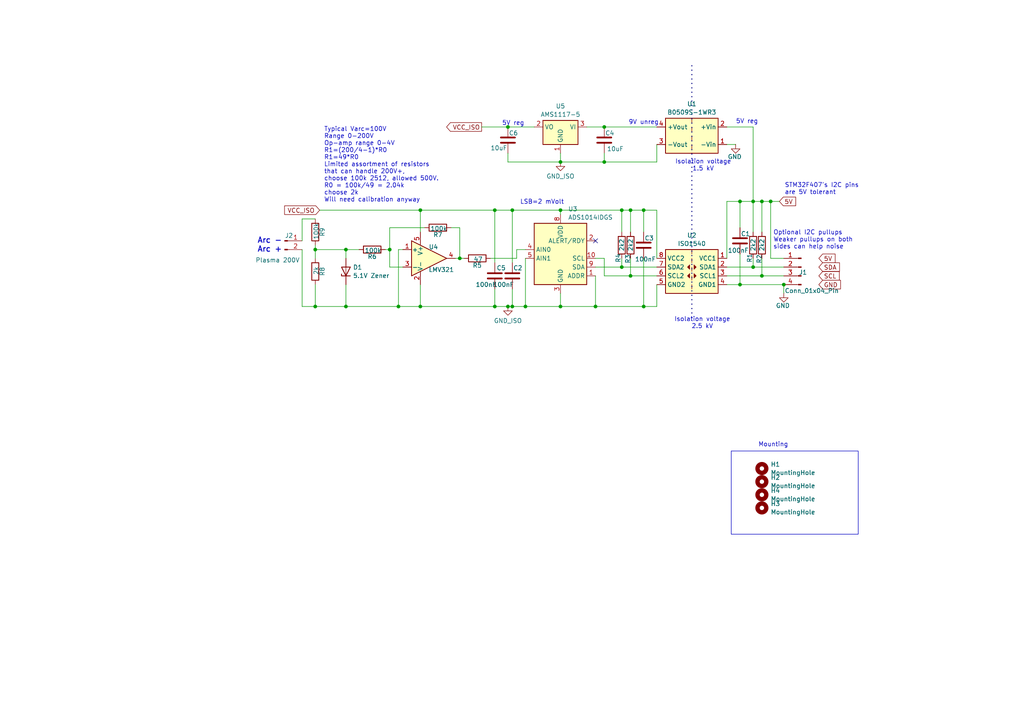
<source format=kicad_sch>
(kicad_sch
	(version 20231120)
	(generator "eeschema")
	(generator_version "8.0")
	(uuid "2f7c1153-70ce-434d-b080-3c6aade9d7b3")
	(paper "A4")
	(lib_symbols
		(symbol "Amplifier_Operational:LMV321"
			(pin_names
				(offset 0.127)
			)
			(exclude_from_sim no)
			(in_bom yes)
			(on_board yes)
			(property "Reference" "U"
				(at 0 5.08 0)
				(effects
					(font
						(size 1.27 1.27)
					)
					(justify left)
				)
			)
			(property "Value" "LMV321"
				(at 0 -5.08 0)
				(effects
					(font
						(size 1.27 1.27)
					)
					(justify left)
				)
			)
			(property "Footprint" ""
				(at 0 0 0)
				(effects
					(font
						(size 1.27 1.27)
					)
					(justify left)
					(hide yes)
				)
			)
			(property "Datasheet" "http://www.ti.com/lit/ds/symlink/lmv324.pdf"
				(at 0 0 0)
				(effects
					(font
						(size 1.27 1.27)
					)
					(hide yes)
				)
			)
			(property "Description" "Low-Voltage Rail-to-Rail Output Operational Amplifiers, SOT-23-5/SC-70-5"
				(at 0 0 0)
				(effects
					(font
						(size 1.27 1.27)
					)
					(hide yes)
				)
			)
			(property "ki_keywords" "single opamp"
				(at 0 0 0)
				(effects
					(font
						(size 1.27 1.27)
					)
					(hide yes)
				)
			)
			(property "ki_fp_filters" "SOT?23* *SC*70*"
				(at 0 0 0)
				(effects
					(font
						(size 1.27 1.27)
					)
					(hide yes)
				)
			)
			(symbol "LMV321_0_1"
				(polyline
					(pts
						(xy -5.08 5.08) (xy 5.08 0) (xy -5.08 -5.08) (xy -5.08 5.08)
					)
					(stroke
						(width 0.254)
						(type default)
					)
					(fill
						(type background)
					)
				)
				(pin power_in line
					(at -2.54 -7.62 90)
					(length 3.81)
					(name "V-"
						(effects
							(font
								(size 1.27 1.27)
							)
						)
					)
					(number "2"
						(effects
							(font
								(size 1.27 1.27)
							)
						)
					)
				)
				(pin power_in line
					(at -2.54 7.62 270)
					(length 3.81)
					(name "V+"
						(effects
							(font
								(size 1.27 1.27)
							)
						)
					)
					(number "5"
						(effects
							(font
								(size 1.27 1.27)
							)
						)
					)
				)
			)
			(symbol "LMV321_1_1"
				(pin input line
					(at -7.62 2.54 0)
					(length 2.54)
					(name "+"
						(effects
							(font
								(size 1.27 1.27)
							)
						)
					)
					(number "1"
						(effects
							(font
								(size 1.27 1.27)
							)
						)
					)
				)
				(pin input line
					(at -7.62 -2.54 0)
					(length 2.54)
					(name "-"
						(effects
							(font
								(size 1.27 1.27)
							)
						)
					)
					(number "3"
						(effects
							(font
								(size 1.27 1.27)
							)
						)
					)
				)
				(pin output line
					(at 7.62 0 180)
					(length 2.54)
					(name "~"
						(effects
							(font
								(size 1.27 1.27)
							)
						)
					)
					(number "4"
						(effects
							(font
								(size 1.27 1.27)
							)
						)
					)
				)
			)
		)
		(symbol "Analog_ADC:ADS1014IDGS"
			(exclude_from_sim no)
			(in_bom yes)
			(on_board yes)
			(property "Reference" "U"
				(at 2.54 13.97 0)
				(effects
					(font
						(size 1.27 1.27)
					)
				)
			)
			(property "Value" "ADS1014IDGS"
				(at 7.62 11.43 0)
				(effects
					(font
						(size 1.27 1.27)
					)
				)
			)
			(property "Footprint" "Package_SO:TSSOP-10_3x3mm_P0.5mm"
				(at 0 -12.7 0)
				(effects
					(font
						(size 1.27 1.27)
					)
					(hide yes)
				)
			)
			(property "Datasheet" "http://www.ti.com/lit/ds/symlink/ads1015.pdf"
				(at -1.27 -22.86 0)
				(effects
					(font
						(size 1.27 1.27)
					)
					(hide yes)
				)
			)
			(property "Description" "Ultra-Small, Low-Power, I2C-Compatible, 3.3-kSPS, 12-Bit ADCs With Internal Reference, Oscillator, and Programmable Comparator, VSSOP-10"
				(at 0 0 0)
				(effects
					(font
						(size 1.27 1.27)
					)
					(hide yes)
				)
			)
			(property "ki_keywords" "12 bit single channel I2C ADC"
				(at 0 0 0)
				(effects
					(font
						(size 1.27 1.27)
					)
					(hide yes)
				)
			)
			(property "ki_fp_filters" "TSSOP*3x3mm*P0.5mm*"
				(at 0 0 0)
				(effects
					(font
						(size 1.27 1.27)
					)
					(hide yes)
				)
			)
			(symbol "ADS1014IDGS_0_1"
				(rectangle
					(start -7.62 10.16)
					(end 7.62 -7.62)
					(stroke
						(width 0.254)
						(type default)
					)
					(fill
						(type background)
					)
				)
			)
			(symbol "ADS1014IDGS_1_1"
				(pin input line
					(at 10.16 -5.08 180)
					(length 2.54)
					(name "ADDR"
						(effects
							(font
								(size 1.27 1.27)
							)
						)
					)
					(number "1"
						(effects
							(font
								(size 1.27 1.27)
							)
						)
					)
				)
				(pin input line
					(at 10.16 0 180)
					(length 2.54)
					(name "SCL"
						(effects
							(font
								(size 1.27 1.27)
							)
						)
					)
					(number "10"
						(effects
							(font
								(size 1.27 1.27)
							)
						)
					)
				)
				(pin output line
					(at 10.16 5.08 180)
					(length 2.54)
					(name "ALERT/RDY"
						(effects
							(font
								(size 1.27 1.27)
							)
						)
					)
					(number "2"
						(effects
							(font
								(size 1.27 1.27)
							)
						)
					)
				)
				(pin power_in line
					(at 0 -10.16 90)
					(length 2.54)
					(name "GND"
						(effects
							(font
								(size 1.27 1.27)
							)
						)
					)
					(number "3"
						(effects
							(font
								(size 1.27 1.27)
							)
						)
					)
				)
				(pin input line
					(at -10.16 2.54 0)
					(length 2.54)
					(name "AIN0"
						(effects
							(font
								(size 1.27 1.27)
							)
						)
					)
					(number "4"
						(effects
							(font
								(size 1.27 1.27)
							)
						)
					)
				)
				(pin input line
					(at -10.16 0 0)
					(length 2.54)
					(name "AIN1"
						(effects
							(font
								(size 1.27 1.27)
							)
						)
					)
					(number "5"
						(effects
							(font
								(size 1.27 1.27)
							)
						)
					)
				)
				(pin no_connect line
					(at -7.62 7.62 0)
					(length 2.54) hide
					(name "~"
						(effects
							(font
								(size 1.27 1.27)
							)
						)
					)
					(number "6"
						(effects
							(font
								(size 1.27 1.27)
							)
						)
					)
				)
				(pin no_connect line
					(at -7.62 5.08 0)
					(length 2.54) hide
					(name "~"
						(effects
							(font
								(size 1.27 1.27)
							)
						)
					)
					(number "7"
						(effects
							(font
								(size 1.27 1.27)
							)
						)
					)
				)
				(pin power_in line
					(at 0 12.7 270)
					(length 2.54)
					(name "VDD"
						(effects
							(font
								(size 1.27 1.27)
							)
						)
					)
					(number "8"
						(effects
							(font
								(size 1.27 1.27)
							)
						)
					)
				)
				(pin bidirectional line
					(at 10.16 -2.54 180)
					(length 2.54)
					(name "SDA"
						(effects
							(font
								(size 1.27 1.27)
							)
						)
					)
					(number "9"
						(effects
							(font
								(size 1.27 1.27)
							)
						)
					)
				)
			)
		)
		(symbol "Connector:Conn_01x02_Pin"
			(pin_names
				(offset 1.016) hide)
			(exclude_from_sim no)
			(in_bom yes)
			(on_board yes)
			(property "Reference" "J"
				(at 0 2.54 0)
				(effects
					(font
						(size 1.27 1.27)
					)
				)
			)
			(property "Value" "Conn_01x02_Pin"
				(at 0 -5.08 0)
				(effects
					(font
						(size 1.27 1.27)
					)
				)
			)
			(property "Footprint" ""
				(at 0 0 0)
				(effects
					(font
						(size 1.27 1.27)
					)
					(hide yes)
				)
			)
			(property "Datasheet" "~"
				(at 0 0 0)
				(effects
					(font
						(size 1.27 1.27)
					)
					(hide yes)
				)
			)
			(property "Description" "Generic connector, single row, 01x02, script generated"
				(at 0 0 0)
				(effects
					(font
						(size 1.27 1.27)
					)
					(hide yes)
				)
			)
			(property "ki_locked" ""
				(at 0 0 0)
				(effects
					(font
						(size 1.27 1.27)
					)
				)
			)
			(property "ki_keywords" "connector"
				(at 0 0 0)
				(effects
					(font
						(size 1.27 1.27)
					)
					(hide yes)
				)
			)
			(property "ki_fp_filters" "Connector*:*_1x??_*"
				(at 0 0 0)
				(effects
					(font
						(size 1.27 1.27)
					)
					(hide yes)
				)
			)
			(symbol "Conn_01x02_Pin_1_1"
				(polyline
					(pts
						(xy 1.27 -2.54) (xy 0.8636 -2.54)
					)
					(stroke
						(width 0.1524)
						(type default)
					)
					(fill
						(type none)
					)
				)
				(polyline
					(pts
						(xy 1.27 0) (xy 0.8636 0)
					)
					(stroke
						(width 0.1524)
						(type default)
					)
					(fill
						(type none)
					)
				)
				(rectangle
					(start 0.8636 -2.413)
					(end 0 -2.667)
					(stroke
						(width 0.1524)
						(type default)
					)
					(fill
						(type outline)
					)
				)
				(rectangle
					(start 0.8636 0.127)
					(end 0 -0.127)
					(stroke
						(width 0.1524)
						(type default)
					)
					(fill
						(type outline)
					)
				)
				(pin passive line
					(at 5.08 0 180)
					(length 3.81)
					(name "Pin_1"
						(effects
							(font
								(size 1.27 1.27)
							)
						)
					)
					(number "1"
						(effects
							(font
								(size 1.27 1.27)
							)
						)
					)
				)
				(pin passive line
					(at 5.08 -2.54 180)
					(length 3.81)
					(name "Pin_2"
						(effects
							(font
								(size 1.27 1.27)
							)
						)
					)
					(number "2"
						(effects
							(font
								(size 1.27 1.27)
							)
						)
					)
				)
			)
		)
		(symbol "Connector:Conn_01x04_Pin"
			(pin_names
				(offset 1.016) hide)
			(exclude_from_sim no)
			(in_bom yes)
			(on_board yes)
			(property "Reference" "J"
				(at 0 5.08 0)
				(effects
					(font
						(size 1.27 1.27)
					)
				)
			)
			(property "Value" "Conn_01x04_Pin"
				(at 0 -7.62 0)
				(effects
					(font
						(size 1.27 1.27)
					)
				)
			)
			(property "Footprint" ""
				(at 0 0 0)
				(effects
					(font
						(size 1.27 1.27)
					)
					(hide yes)
				)
			)
			(property "Datasheet" "~"
				(at 0 0 0)
				(effects
					(font
						(size 1.27 1.27)
					)
					(hide yes)
				)
			)
			(property "Description" "Generic connector, single row, 01x04, script generated"
				(at 0 0 0)
				(effects
					(font
						(size 1.27 1.27)
					)
					(hide yes)
				)
			)
			(property "ki_locked" ""
				(at 0 0 0)
				(effects
					(font
						(size 1.27 1.27)
					)
				)
			)
			(property "ki_keywords" "connector"
				(at 0 0 0)
				(effects
					(font
						(size 1.27 1.27)
					)
					(hide yes)
				)
			)
			(property "ki_fp_filters" "Connector*:*_1x??_*"
				(at 0 0 0)
				(effects
					(font
						(size 1.27 1.27)
					)
					(hide yes)
				)
			)
			(symbol "Conn_01x04_Pin_1_1"
				(polyline
					(pts
						(xy 1.27 -5.08) (xy 0.8636 -5.08)
					)
					(stroke
						(width 0.1524)
						(type default)
					)
					(fill
						(type none)
					)
				)
				(polyline
					(pts
						(xy 1.27 -2.54) (xy 0.8636 -2.54)
					)
					(stroke
						(width 0.1524)
						(type default)
					)
					(fill
						(type none)
					)
				)
				(polyline
					(pts
						(xy 1.27 0) (xy 0.8636 0)
					)
					(stroke
						(width 0.1524)
						(type default)
					)
					(fill
						(type none)
					)
				)
				(polyline
					(pts
						(xy 1.27 2.54) (xy 0.8636 2.54)
					)
					(stroke
						(width 0.1524)
						(type default)
					)
					(fill
						(type none)
					)
				)
				(rectangle
					(start 0.8636 -4.953)
					(end 0 -5.207)
					(stroke
						(width 0.1524)
						(type default)
					)
					(fill
						(type outline)
					)
				)
				(rectangle
					(start 0.8636 -2.413)
					(end 0 -2.667)
					(stroke
						(width 0.1524)
						(type default)
					)
					(fill
						(type outline)
					)
				)
				(rectangle
					(start 0.8636 0.127)
					(end 0 -0.127)
					(stroke
						(width 0.1524)
						(type default)
					)
					(fill
						(type outline)
					)
				)
				(rectangle
					(start 0.8636 2.667)
					(end 0 2.413)
					(stroke
						(width 0.1524)
						(type default)
					)
					(fill
						(type outline)
					)
				)
				(pin passive line
					(at 5.08 2.54 180)
					(length 3.81)
					(name "Pin_1"
						(effects
							(font
								(size 1.27 1.27)
							)
						)
					)
					(number "1"
						(effects
							(font
								(size 1.27 1.27)
							)
						)
					)
				)
				(pin passive line
					(at 5.08 0 180)
					(length 3.81)
					(name "Pin_2"
						(effects
							(font
								(size 1.27 1.27)
							)
						)
					)
					(number "2"
						(effects
							(font
								(size 1.27 1.27)
							)
						)
					)
				)
				(pin passive line
					(at 5.08 -2.54 180)
					(length 3.81)
					(name "Pin_3"
						(effects
							(font
								(size 1.27 1.27)
							)
						)
					)
					(number "3"
						(effects
							(font
								(size 1.27 1.27)
							)
						)
					)
				)
				(pin passive line
					(at 5.08 -5.08 180)
					(length 3.81)
					(name "Pin_4"
						(effects
							(font
								(size 1.27 1.27)
							)
						)
					)
					(number "4"
						(effects
							(font
								(size 1.27 1.27)
							)
						)
					)
				)
			)
		)
		(symbol "Converter_DCDC:TEA1-0505"
			(exclude_from_sim no)
			(in_bom yes)
			(on_board yes)
			(property "Reference" "U"
				(at -7.62 6.35 0)
				(effects
					(font
						(size 1.27 1.27)
					)
					(justify left)
				)
			)
			(property "Value" "TEA1-0505"
				(at -2.54 6.35 0)
				(effects
					(font
						(size 1.27 1.27)
					)
					(justify left)
				)
			)
			(property "Footprint" "Converter_DCDC:Converter_DCDC_TRACO_TEA1-xxxx_THT"
				(at 0 -8.89 0)
				(effects
					(font
						(size 1.27 1.27)
					)
					(hide yes)
				)
			)
			(property "Datasheet" "https://www.tracopower.com/products/tea1.pdf"
				(at 0 -6.35 0)
				(effects
					(font
						(size 1.27 1.27)
					)
					(hide yes)
				)
			)
			(property "Description" "1W DC/DC converter unregulated, 4.5-5.5V input, 5V output voltage, 200mA output, 1.5kVDC isolation, SIP-4"
				(at 0 0 0)
				(effects
					(font
						(size 1.27 1.27)
					)
					(hide yes)
				)
			)
			(property "ki_keywords" "Traco isolated isolation dc-dc converter not-regulated non-regulated single 1W"
				(at 0 0 0)
				(effects
					(font
						(size 1.27 1.27)
					)
					(hide yes)
				)
			)
			(property "ki_fp_filters" "Converter*DCDC*TRACO*TEA1*THT*"
				(at 0 0 0)
				(effects
					(font
						(size 1.27 1.27)
					)
					(hide yes)
				)
			)
			(symbol "TEA1-0505_0_0"
				(pin power_in line
					(at -10.16 -2.54 0)
					(length 2.54)
					(name "-Vin"
						(effects
							(font
								(size 1.27 1.27)
							)
						)
					)
					(number "1"
						(effects
							(font
								(size 1.27 1.27)
							)
						)
					)
				)
				(pin power_in line
					(at -10.16 2.54 0)
					(length 2.54)
					(name "+Vin"
						(effects
							(font
								(size 1.27 1.27)
							)
						)
					)
					(number "2"
						(effects
							(font
								(size 1.27 1.27)
							)
						)
					)
				)
				(pin power_out line
					(at 10.16 -2.54 180)
					(length 2.54)
					(name "-Vout"
						(effects
							(font
								(size 1.27 1.27)
							)
						)
					)
					(number "3"
						(effects
							(font
								(size 1.27 1.27)
							)
						)
					)
				)
				(pin power_out line
					(at 10.16 2.54 180)
					(length 2.54)
					(name "+Vout"
						(effects
							(font
								(size 1.27 1.27)
							)
						)
					)
					(number "4"
						(effects
							(font
								(size 1.27 1.27)
							)
						)
					)
				)
			)
			(symbol "TEA1-0505_0_1"
				(rectangle
					(start -7.62 5.08)
					(end 7.62 -5.08)
					(stroke
						(width 0.254)
						(type default)
					)
					(fill
						(type background)
					)
				)
				(polyline
					(pts
						(xy 0 -2.54) (xy 0 -3.81)
					)
					(stroke
						(width 0)
						(type default)
					)
					(fill
						(type none)
					)
				)
				(polyline
					(pts
						(xy 0 0) (xy 0 -1.27)
					)
					(stroke
						(width 0)
						(type default)
					)
					(fill
						(type none)
					)
				)
				(polyline
					(pts
						(xy 0 2.54) (xy 0 1.27)
					)
					(stroke
						(width 0)
						(type default)
					)
					(fill
						(type none)
					)
				)
				(polyline
					(pts
						(xy 0 5.08) (xy 0 3.81)
					)
					(stroke
						(width 0)
						(type default)
					)
					(fill
						(type none)
					)
				)
			)
		)
		(symbol "Device:C"
			(pin_numbers hide)
			(pin_names
				(offset 0.254)
			)
			(exclude_from_sim no)
			(in_bom yes)
			(on_board yes)
			(property "Reference" "C"
				(at 0.635 2.54 0)
				(effects
					(font
						(size 1.27 1.27)
					)
					(justify left)
				)
			)
			(property "Value" "C"
				(at 0.635 -2.54 0)
				(effects
					(font
						(size 1.27 1.27)
					)
					(justify left)
				)
			)
			(property "Footprint" ""
				(at 0.9652 -3.81 0)
				(effects
					(font
						(size 1.27 1.27)
					)
					(hide yes)
				)
			)
			(property "Datasheet" "~"
				(at 0 0 0)
				(effects
					(font
						(size 1.27 1.27)
					)
					(hide yes)
				)
			)
			(property "Description" "Unpolarized capacitor"
				(at 0 0 0)
				(effects
					(font
						(size 1.27 1.27)
					)
					(hide yes)
				)
			)
			(property "ki_keywords" "cap capacitor"
				(at 0 0 0)
				(effects
					(font
						(size 1.27 1.27)
					)
					(hide yes)
				)
			)
			(property "ki_fp_filters" "C_*"
				(at 0 0 0)
				(effects
					(font
						(size 1.27 1.27)
					)
					(hide yes)
				)
			)
			(symbol "C_0_1"
				(polyline
					(pts
						(xy -2.032 -0.762) (xy 2.032 -0.762)
					)
					(stroke
						(width 0.508)
						(type default)
					)
					(fill
						(type none)
					)
				)
				(polyline
					(pts
						(xy -2.032 0.762) (xy 2.032 0.762)
					)
					(stroke
						(width 0.508)
						(type default)
					)
					(fill
						(type none)
					)
				)
			)
			(symbol "C_1_1"
				(pin passive line
					(at 0 3.81 270)
					(length 2.794)
					(name "~"
						(effects
							(font
								(size 1.27 1.27)
							)
						)
					)
					(number "1"
						(effects
							(font
								(size 1.27 1.27)
							)
						)
					)
				)
				(pin passive line
					(at 0 -3.81 90)
					(length 2.794)
					(name "~"
						(effects
							(font
								(size 1.27 1.27)
							)
						)
					)
					(number "2"
						(effects
							(font
								(size 1.27 1.27)
							)
						)
					)
				)
			)
		)
		(symbol "Device:D_Zener"
			(pin_numbers hide)
			(pin_names
				(offset 1.016) hide)
			(exclude_from_sim no)
			(in_bom yes)
			(on_board yes)
			(property "Reference" "D"
				(at 0 2.54 0)
				(effects
					(font
						(size 1.27 1.27)
					)
				)
			)
			(property "Value" "D_Zener"
				(at 0 -2.54 0)
				(effects
					(font
						(size 1.27 1.27)
					)
				)
			)
			(property "Footprint" ""
				(at 0 0 0)
				(effects
					(font
						(size 1.27 1.27)
					)
					(hide yes)
				)
			)
			(property "Datasheet" "~"
				(at 0 0 0)
				(effects
					(font
						(size 1.27 1.27)
					)
					(hide yes)
				)
			)
			(property "Description" "Zener diode"
				(at 0 0 0)
				(effects
					(font
						(size 1.27 1.27)
					)
					(hide yes)
				)
			)
			(property "ki_keywords" "diode"
				(at 0 0 0)
				(effects
					(font
						(size 1.27 1.27)
					)
					(hide yes)
				)
			)
			(property "ki_fp_filters" "TO-???* *_Diode_* *SingleDiode* D_*"
				(at 0 0 0)
				(effects
					(font
						(size 1.27 1.27)
					)
					(hide yes)
				)
			)
			(symbol "D_Zener_0_1"
				(polyline
					(pts
						(xy 1.27 0) (xy -1.27 0)
					)
					(stroke
						(width 0)
						(type default)
					)
					(fill
						(type none)
					)
				)
				(polyline
					(pts
						(xy -1.27 -1.27) (xy -1.27 1.27) (xy -0.762 1.27)
					)
					(stroke
						(width 0.254)
						(type default)
					)
					(fill
						(type none)
					)
				)
				(polyline
					(pts
						(xy 1.27 -1.27) (xy 1.27 1.27) (xy -1.27 0) (xy 1.27 -1.27)
					)
					(stroke
						(width 0.254)
						(type default)
					)
					(fill
						(type none)
					)
				)
			)
			(symbol "D_Zener_1_1"
				(pin passive line
					(at -3.81 0 0)
					(length 2.54)
					(name "K"
						(effects
							(font
								(size 1.27 1.27)
							)
						)
					)
					(number "1"
						(effects
							(font
								(size 1.27 1.27)
							)
						)
					)
				)
				(pin passive line
					(at 3.81 0 180)
					(length 2.54)
					(name "A"
						(effects
							(font
								(size 1.27 1.27)
							)
						)
					)
					(number "2"
						(effects
							(font
								(size 1.27 1.27)
							)
						)
					)
				)
			)
		)
		(symbol "Device:R"
			(pin_numbers hide)
			(pin_names
				(offset 0)
			)
			(exclude_from_sim no)
			(in_bom yes)
			(on_board yes)
			(property "Reference" "R"
				(at 2.032 0 90)
				(effects
					(font
						(size 1.27 1.27)
					)
				)
			)
			(property "Value" "R"
				(at 0 0 90)
				(effects
					(font
						(size 1.27 1.27)
					)
				)
			)
			(property "Footprint" ""
				(at -1.778 0 90)
				(effects
					(font
						(size 1.27 1.27)
					)
					(hide yes)
				)
			)
			(property "Datasheet" "~"
				(at 0 0 0)
				(effects
					(font
						(size 1.27 1.27)
					)
					(hide yes)
				)
			)
			(property "Description" "Resistor"
				(at 0 0 0)
				(effects
					(font
						(size 1.27 1.27)
					)
					(hide yes)
				)
			)
			(property "ki_keywords" "R res resistor"
				(at 0 0 0)
				(effects
					(font
						(size 1.27 1.27)
					)
					(hide yes)
				)
			)
			(property "ki_fp_filters" "R_*"
				(at 0 0 0)
				(effects
					(font
						(size 1.27 1.27)
					)
					(hide yes)
				)
			)
			(symbol "R_0_1"
				(rectangle
					(start -1.016 -2.54)
					(end 1.016 2.54)
					(stroke
						(width 0.254)
						(type default)
					)
					(fill
						(type none)
					)
				)
			)
			(symbol "R_1_1"
				(pin passive line
					(at 0 3.81 270)
					(length 1.27)
					(name "~"
						(effects
							(font
								(size 1.27 1.27)
							)
						)
					)
					(number "1"
						(effects
							(font
								(size 1.27 1.27)
							)
						)
					)
				)
				(pin passive line
					(at 0 -3.81 90)
					(length 1.27)
					(name "~"
						(effects
							(font
								(size 1.27 1.27)
							)
						)
					)
					(number "2"
						(effects
							(font
								(size 1.27 1.27)
							)
						)
					)
				)
			)
		)
		(symbol "Isolator:ISO1540"
			(exclude_from_sim no)
			(in_bom yes)
			(on_board yes)
			(property "Reference" "U"
				(at -6.35 6.35 0)
				(effects
					(font
						(size 1.27 1.27)
					)
				)
			)
			(property "Value" "ISO1540"
				(at 3.81 6.35 0)
				(effects
					(font
						(size 1.27 1.27)
					)
				)
			)
			(property "Footprint" "Package_SO:SOIC-8_3.9x4.9mm_P1.27mm"
				(at 0 -8.89 0)
				(effects
					(font
						(size 1.27 1.27)
					)
					(hide yes)
				)
			)
			(property "Datasheet" "http://www.ti.com/lit/ds/symlink/iso1541.pdf"
				(at 0 1.27 0)
				(effects
					(font
						(size 1.27 1.27)
					)
					(hide yes)
				)
			)
			(property "Description" "I2C Isolator, 2.5 kVrms, Bidirectional clock and data, SOIC-8"
				(at 0 0 0)
				(effects
					(font
						(size 1.27 1.27)
					)
					(hide yes)
				)
			)
			(property "ki_keywords" "digital isolator i2c"
				(at 0 0 0)
				(effects
					(font
						(size 1.27 1.27)
					)
					(hide yes)
				)
			)
			(property "ki_fp_filters" "SOIC*3.9x4.9mm*P1.27mm*"
				(at 0 0 0)
				(effects
					(font
						(size 1.27 1.27)
					)
					(hide yes)
				)
			)
			(symbol "ISO1540_0_1"
				(rectangle
					(start -7.62 5.08)
					(end 7.62 -7.62)
					(stroke
						(width 0.254)
						(type default)
					)
					(fill
						(type background)
					)
				)
				(rectangle
					(start 0 -5.08)
					(end 0 -6.35)
					(stroke
						(width 0)
						(type default)
					)
					(fill
						(type none)
					)
				)
				(polyline
					(pts
						(xy 0 -2.54) (xy 0 -3.81)
					)
					(stroke
						(width 0)
						(type default)
					)
					(fill
						(type none)
					)
				)
				(polyline
					(pts
						(xy 0 0) (xy 0 -1.27)
					)
					(stroke
						(width 0)
						(type default)
					)
					(fill
						(type none)
					)
				)
				(polyline
					(pts
						(xy 0 2.54) (xy 0 1.27)
					)
					(stroke
						(width 0)
						(type default)
					)
					(fill
						(type none)
					)
				)
				(polyline
					(pts
						(xy 0 5.08) (xy 0 3.81)
					)
					(stroke
						(width 0)
						(type default)
					)
					(fill
						(type none)
					)
				)
				(polyline
					(pts
						(xy -0.635 0.635) (xy -1.27 0) (xy -0.635 -0.635) (xy -0.635 0.635)
					)
					(stroke
						(width 0)
						(type default)
					)
					(fill
						(type outline)
					)
				)
				(polyline
					(pts
						(xy 0.635 -1.905) (xy 1.27 -2.54) (xy 0.635 -3.175) (xy 0.635 -1.905)
					)
					(stroke
						(width 0)
						(type default)
					)
					(fill
						(type outline)
					)
				)
				(polyline
					(pts
						(xy 0.635 0.635) (xy 1.27 0) (xy 0.635 -0.635) (xy 0.635 0.635)
					)
					(stroke
						(width 0)
						(type default)
					)
					(fill
						(type outline)
					)
				)
			)
			(symbol "ISO1540_1_1"
				(polyline
					(pts
						(xy -0.635 -1.905) (xy -1.27 -2.54) (xy -0.635 -3.175) (xy -0.635 -1.905)
					)
					(stroke
						(width 0)
						(type default)
					)
					(fill
						(type outline)
					)
				)
				(pin power_in line
					(at -10.16 2.54 0)
					(length 2.54)
					(name "VCC1"
						(effects
							(font
								(size 1.27 1.27)
							)
						)
					)
					(number "1"
						(effects
							(font
								(size 1.27 1.27)
							)
						)
					)
				)
				(pin bidirectional line
					(at -10.16 0 0)
					(length 2.54)
					(name "SDA1"
						(effects
							(font
								(size 1.27 1.27)
							)
						)
					)
					(number "2"
						(effects
							(font
								(size 1.27 1.27)
							)
						)
					)
				)
				(pin bidirectional line
					(at -10.16 -2.54 0)
					(length 2.54)
					(name "SCL1"
						(effects
							(font
								(size 1.27 1.27)
							)
						)
					)
					(number "3"
						(effects
							(font
								(size 1.27 1.27)
							)
						)
					)
				)
				(pin power_in line
					(at -10.16 -5.08 0)
					(length 2.54)
					(name "GND1"
						(effects
							(font
								(size 1.27 1.27)
							)
						)
					)
					(number "4"
						(effects
							(font
								(size 1.27 1.27)
							)
						)
					)
				)
				(pin power_in line
					(at 10.16 -5.08 180)
					(length 2.54)
					(name "GND2"
						(effects
							(font
								(size 1.27 1.27)
							)
						)
					)
					(number "5"
						(effects
							(font
								(size 1.27 1.27)
							)
						)
					)
				)
				(pin bidirectional line
					(at 10.16 -2.54 180)
					(length 2.54)
					(name "SCL2"
						(effects
							(font
								(size 1.27 1.27)
							)
						)
					)
					(number "6"
						(effects
							(font
								(size 1.27 1.27)
							)
						)
					)
				)
				(pin bidirectional line
					(at 10.16 0 180)
					(length 2.54)
					(name "SDA2"
						(effects
							(font
								(size 1.27 1.27)
							)
						)
					)
					(number "7"
						(effects
							(font
								(size 1.27 1.27)
							)
						)
					)
				)
				(pin power_in line
					(at 10.16 2.54 180)
					(length 2.54)
					(name "VCC2"
						(effects
							(font
								(size 1.27 1.27)
							)
						)
					)
					(number "8"
						(effects
							(font
								(size 1.27 1.27)
							)
						)
					)
				)
			)
		)
		(symbol "Mechanical:MountingHole"
			(pin_names
				(offset 1.016)
			)
			(exclude_from_sim yes)
			(in_bom no)
			(on_board yes)
			(property "Reference" "H"
				(at 0 5.08 0)
				(effects
					(font
						(size 1.27 1.27)
					)
				)
			)
			(property "Value" "MountingHole"
				(at 0 3.175 0)
				(effects
					(font
						(size 1.27 1.27)
					)
				)
			)
			(property "Footprint" ""
				(at 0 0 0)
				(effects
					(font
						(size 1.27 1.27)
					)
					(hide yes)
				)
			)
			(property "Datasheet" "~"
				(at 0 0 0)
				(effects
					(font
						(size 1.27 1.27)
					)
					(hide yes)
				)
			)
			(property "Description" "Mounting Hole without connection"
				(at 0 0 0)
				(effects
					(font
						(size 1.27 1.27)
					)
					(hide yes)
				)
			)
			(property "ki_keywords" "mounting hole"
				(at 0 0 0)
				(effects
					(font
						(size 1.27 1.27)
					)
					(hide yes)
				)
			)
			(property "ki_fp_filters" "MountingHole*"
				(at 0 0 0)
				(effects
					(font
						(size 1.27 1.27)
					)
					(hide yes)
				)
			)
			(symbol "MountingHole_0_1"
				(circle
					(center 0 0)
					(radius 1.27)
					(stroke
						(width 1.27)
						(type default)
					)
					(fill
						(type none)
					)
				)
			)
		)
		(symbol "Regulator_Linear:AMS1117-3.3"
			(exclude_from_sim no)
			(in_bom yes)
			(on_board yes)
			(property "Reference" "U"
				(at -3.81 3.175 0)
				(effects
					(font
						(size 1.27 1.27)
					)
				)
			)
			(property "Value" "AMS1117-3.3"
				(at 0 3.175 0)
				(effects
					(font
						(size 1.27 1.27)
					)
					(justify left)
				)
			)
			(property "Footprint" "Package_TO_SOT_SMD:SOT-223-3_TabPin2"
				(at 0 5.08 0)
				(effects
					(font
						(size 1.27 1.27)
					)
					(hide yes)
				)
			)
			(property "Datasheet" "http://www.advanced-monolithic.com/pdf/ds1117.pdf"
				(at 2.54 -6.35 0)
				(effects
					(font
						(size 1.27 1.27)
					)
					(hide yes)
				)
			)
			(property "Description" "1A Low Dropout regulator, positive, 3.3V fixed output, SOT-223"
				(at 0 0 0)
				(effects
					(font
						(size 1.27 1.27)
					)
					(hide yes)
				)
			)
			(property "ki_keywords" "linear regulator ldo fixed positive"
				(at 0 0 0)
				(effects
					(font
						(size 1.27 1.27)
					)
					(hide yes)
				)
			)
			(property "ki_fp_filters" "SOT?223*TabPin2*"
				(at 0 0 0)
				(effects
					(font
						(size 1.27 1.27)
					)
					(hide yes)
				)
			)
			(symbol "AMS1117-3.3_0_1"
				(rectangle
					(start -5.08 -5.08)
					(end 5.08 1.905)
					(stroke
						(width 0.254)
						(type default)
					)
					(fill
						(type background)
					)
				)
			)
			(symbol "AMS1117-3.3_1_1"
				(pin power_in line
					(at 0 -7.62 90)
					(length 2.54)
					(name "GND"
						(effects
							(font
								(size 1.27 1.27)
							)
						)
					)
					(number "1"
						(effects
							(font
								(size 1.27 1.27)
							)
						)
					)
				)
				(pin power_out line
					(at 7.62 0 180)
					(length 2.54)
					(name "VO"
						(effects
							(font
								(size 1.27 1.27)
							)
						)
					)
					(number "2"
						(effects
							(font
								(size 1.27 1.27)
							)
						)
					)
				)
				(pin power_in line
					(at -7.62 0 0)
					(length 2.54)
					(name "VI"
						(effects
							(font
								(size 1.27 1.27)
							)
						)
					)
					(number "3"
						(effects
							(font
								(size 1.27 1.27)
							)
						)
					)
				)
			)
		)
		(symbol "power:GND"
			(power)
			(pin_numbers hide)
			(pin_names
				(offset 0) hide)
			(exclude_from_sim no)
			(in_bom yes)
			(on_board yes)
			(property "Reference" "#PWR"
				(at 0 -6.35 0)
				(effects
					(font
						(size 1.27 1.27)
					)
					(hide yes)
				)
			)
			(property "Value" "GND"
				(at 0 -3.81 0)
				(effects
					(font
						(size 1.27 1.27)
					)
				)
			)
			(property "Footprint" ""
				(at 0 0 0)
				(effects
					(font
						(size 1.27 1.27)
					)
					(hide yes)
				)
			)
			(property "Datasheet" ""
				(at 0 0 0)
				(effects
					(font
						(size 1.27 1.27)
					)
					(hide yes)
				)
			)
			(property "Description" "Power symbol creates a global label with name \"GND\" , ground"
				(at 0 0 0)
				(effects
					(font
						(size 1.27 1.27)
					)
					(hide yes)
				)
			)
			(property "ki_keywords" "global power"
				(at 0 0 0)
				(effects
					(font
						(size 1.27 1.27)
					)
					(hide yes)
				)
			)
			(symbol "GND_0_1"
				(polyline
					(pts
						(xy 0 0) (xy 0 -1.27) (xy 1.27 -1.27) (xy 0 -2.54) (xy -1.27 -1.27) (xy 0 -1.27)
					)
					(stroke
						(width 0)
						(type default)
					)
					(fill
						(type none)
					)
				)
			)
			(symbol "GND_1_1"
				(pin power_in line
					(at 0 0 270)
					(length 0)
					(name "~"
						(effects
							(font
								(size 1.27 1.27)
							)
						)
					)
					(number "1"
						(effects
							(font
								(size 1.27 1.27)
							)
						)
					)
				)
			)
		)
		(symbol "power:GND1"
			(power)
			(pin_numbers hide)
			(pin_names
				(offset 0) hide)
			(exclude_from_sim no)
			(in_bom yes)
			(on_board yes)
			(property "Reference" "#PWR"
				(at 0 -6.35 0)
				(effects
					(font
						(size 1.27 1.27)
					)
					(hide yes)
				)
			)
			(property "Value" "GND1"
				(at 0 -3.81 0)
				(effects
					(font
						(size 1.27 1.27)
					)
				)
			)
			(property "Footprint" ""
				(at 0 0 0)
				(effects
					(font
						(size 1.27 1.27)
					)
					(hide yes)
				)
			)
			(property "Datasheet" ""
				(at 0 0 0)
				(effects
					(font
						(size 1.27 1.27)
					)
					(hide yes)
				)
			)
			(property "Description" "Power symbol creates a global label with name \"GND1\" , ground"
				(at 0 0 0)
				(effects
					(font
						(size 1.27 1.27)
					)
					(hide yes)
				)
			)
			(property "ki_keywords" "global power"
				(at 0 0 0)
				(effects
					(font
						(size 1.27 1.27)
					)
					(hide yes)
				)
			)
			(symbol "GND1_0_1"
				(polyline
					(pts
						(xy 0 0) (xy 0 -1.27) (xy 1.27 -1.27) (xy 0 -2.54) (xy -1.27 -1.27) (xy 0 -1.27)
					)
					(stroke
						(width 0)
						(type default)
					)
					(fill
						(type none)
					)
				)
			)
			(symbol "GND1_1_1"
				(pin power_in line
					(at 0 0 270)
					(length 0)
					(name "~"
						(effects
							(font
								(size 1.27 1.27)
							)
						)
					)
					(number "1"
						(effects
							(font
								(size 1.27 1.27)
							)
						)
					)
				)
			)
		)
	)
	(junction
		(at 148.59 88.9)
		(diameter 0)
		(color 0 0 0 0)
		(uuid "0071b795-768b-4449-b5f1-e2b49dcc8431")
	)
	(junction
		(at 175.26 36.83)
		(diameter 0)
		(color 0 0 0 0)
		(uuid "04605b74-d893-413d-977b-45295784f62e")
	)
	(junction
		(at 175.26 46.99)
		(diameter 0)
		(color 0 0 0 0)
		(uuid "15b3247d-2f54-4572-9e75-28c11daee088")
	)
	(junction
		(at 147.32 88.9)
		(diameter 0)
		(color 0 0 0 0)
		(uuid "2a5dc2b2-c88d-41cb-baca-a15f06f06989")
	)
	(junction
		(at 227.33 82.55)
		(diameter 0)
		(color 0 0 0 0)
		(uuid "2d20c1d8-3df6-45ff-ae82-bd6296bae15f")
	)
	(junction
		(at 162.56 88.9)
		(diameter 0)
		(color 0 0 0 0)
		(uuid "38abb0af-5a3a-47f6-916e-0c5182ba28d5")
	)
	(junction
		(at 220.98 80.01)
		(diameter 0)
		(color 0 0 0 0)
		(uuid "3cd964a1-8cb0-4839-9edf-cb6173da55fb")
	)
	(junction
		(at 147.32 36.83)
		(diameter 0)
		(color 0 0 0 0)
		(uuid "407eddcb-930d-4c52-94b4-96f8b9a0896e")
	)
	(junction
		(at 172.72 88.9)
		(diameter 0)
		(color 0 0 0 0)
		(uuid "46dae932-bcdc-4095-8599-56b72629bfe4")
	)
	(junction
		(at 186.69 88.9)
		(diameter 0)
		(color 0 0 0 0)
		(uuid "478de721-a729-492f-a034-60e62ecafa5b")
	)
	(junction
		(at 223.52 58.42)
		(diameter 0)
		(color 0 0 0 0)
		(uuid "6146eb5b-4eaf-46fe-9ccf-af1fb2894c71")
	)
	(junction
		(at 100.33 72.39)
		(diameter 0)
		(color 0 0 0 0)
		(uuid "62aa0ebc-62e5-4b5d-917f-a61367433302")
	)
	(junction
		(at 143.51 60.96)
		(diameter 0)
		(color 0 0 0 0)
		(uuid "64d32385-d896-4224-878f-0895fe5bef82")
	)
	(junction
		(at 220.98 58.42)
		(diameter 0)
		(color 0 0 0 0)
		(uuid "67fa200a-9a93-4a73-8028-e2ca69a459bb")
	)
	(junction
		(at 180.34 60.96)
		(diameter 0)
		(color 0 0 0 0)
		(uuid "6b13d4e1-e458-458c-b92e-5494a9ad5475")
	)
	(junction
		(at 143.51 88.9)
		(diameter 0)
		(color 0 0 0 0)
		(uuid "6bb5b76f-9e74-43a0-bcac-eb6673a6959b")
	)
	(junction
		(at 218.44 77.47)
		(diameter 0)
		(color 0 0 0 0)
		(uuid "81d4d80b-1124-4d85-906f-bd69011f1b77")
	)
	(junction
		(at 121.92 88.9)
		(diameter 0)
		(color 0 0 0 0)
		(uuid "871999c9-3542-4ed6-8dd4-09d6a9ef3287")
	)
	(junction
		(at 218.44 58.42)
		(diameter 0)
		(color 0 0 0 0)
		(uuid "9376b68a-6106-47f1-8d08-7af6479c8aa3")
	)
	(junction
		(at 214.63 82.55)
		(diameter 0)
		(color 0 0 0 0)
		(uuid "a392d238-016c-4fd2-8c9a-f3ea0888fc82")
	)
	(junction
		(at 182.88 60.96)
		(diameter 0)
		(color 0 0 0 0)
		(uuid "ab77a82e-4a3c-4cbe-9fde-27ceb6592ce7")
	)
	(junction
		(at 100.33 88.9)
		(diameter 0)
		(color 0 0 0 0)
		(uuid "badd3660-8d81-45e6-b4bd-e4186971f637")
	)
	(junction
		(at 148.59 60.96)
		(diameter 0)
		(color 0 0 0 0)
		(uuid "bd60d5b3-4353-40d5-88b4-3460cfc7fa7d")
	)
	(junction
		(at 182.88 80.01)
		(diameter 0)
		(color 0 0 0 0)
		(uuid "cc6f631d-4186-44e8-b807-06054766e0ff")
	)
	(junction
		(at 121.92 60.96)
		(diameter 0)
		(color 0 0 0 0)
		(uuid "ce1c7b79-cecf-49fe-bc77-d82f1357a293")
	)
	(junction
		(at 152.4 88.9)
		(diameter 0)
		(color 0 0 0 0)
		(uuid "d3941de7-34f7-4c46-866b-f312a0dd639a")
	)
	(junction
		(at 180.34 77.47)
		(diameter 0)
		(color 0 0 0 0)
		(uuid "db555c89-f8ee-45e7-9435-a98651416527")
	)
	(junction
		(at 214.63 58.42)
		(diameter 0)
		(color 0 0 0 0)
		(uuid "e23b9bb4-8ec6-44af-8578-dc1a4b7a9e28")
	)
	(junction
		(at 113.03 72.39)
		(diameter 0)
		(color 0 0 0 0)
		(uuid "e71f59df-5cdb-401c-8b05-7696463b5086")
	)
	(junction
		(at 162.56 60.96)
		(diameter 0)
		(color 0 0 0 0)
		(uuid "e8cdc941-f398-4460-9918-87a664d72d68")
	)
	(junction
		(at 186.69 60.96)
		(diameter 0)
		(color 0 0 0 0)
		(uuid "e8f6982d-ac50-48e7-804f-6735d5b94613")
	)
	(junction
		(at 91.44 88.9)
		(diameter 0)
		(color 0 0 0 0)
		(uuid "ebc5ada9-939c-4560-b159-e838e6eaff05")
	)
	(junction
		(at 162.56 46.99)
		(diameter 0)
		(color 0 0 0 0)
		(uuid "f1f56f34-fe19-41f2-b10f-181e1ec234b6")
	)
	(junction
		(at 133.35 74.93)
		(diameter 0)
		(color 0 0 0 0)
		(uuid "f9da25f0-a671-4c6a-9aad-1bbcf70b0dc0")
	)
	(junction
		(at 91.44 72.39)
		(diameter 0)
		(color 0 0 0 0)
		(uuid "fccf4d7e-0052-45db-98ff-219930806e68")
	)
	(junction
		(at 115.57 88.9)
		(diameter 0)
		(color 0 0 0 0)
		(uuid "fda7ce07-bbad-4284-99ab-bd5d2b3daac7")
	)
	(no_connect
		(at 172.72 69.85)
		(uuid "5b60f741-d72c-4c77-be23-7681d45c2a3f")
	)
	(wire
		(pts
			(xy 220.98 58.42) (xy 223.52 58.42)
		)
		(stroke
			(width 0)
			(type default)
		)
		(uuid "00bf0d46-f3f7-4fd6-b156-6383c917f0eb")
	)
	(wire
		(pts
			(xy 172.72 77.47) (xy 180.34 77.47)
		)
		(stroke
			(width 0)
			(type default)
		)
		(uuid "045af0f3-641d-42f5-98f3-fd47b058a75f")
	)
	(wire
		(pts
			(xy 210.82 58.42) (xy 210.82 74.93)
		)
		(stroke
			(width 0)
			(type default)
		)
		(uuid "04a96b7f-5442-49e0-b5d2-0fae8bd07c6a")
	)
	(wire
		(pts
			(xy 87.63 63.5) (xy 87.63 69.85)
		)
		(stroke
			(width 0)
			(type default)
		)
		(uuid "04c7f815-b533-4b03-ad83-4e79ecc9cec1")
	)
	(wire
		(pts
			(xy 186.69 60.96) (xy 182.88 60.96)
		)
		(stroke
			(width 0)
			(type default)
		)
		(uuid "0718b523-238b-4f86-839a-9d6f36ef5aed")
	)
	(wire
		(pts
			(xy 218.44 58.42) (xy 220.98 58.42)
		)
		(stroke
			(width 0)
			(type default)
		)
		(uuid "09025718-cdf8-4b20-875f-c26848952154")
	)
	(wire
		(pts
			(xy 132.08 74.93) (xy 133.35 74.93)
		)
		(stroke
			(width 0)
			(type default)
		)
		(uuid "0bad3a7f-81b5-40b9-9992-9166b2f02d19")
	)
	(wire
		(pts
			(xy 214.63 58.42) (xy 218.44 58.42)
		)
		(stroke
			(width 0)
			(type default)
		)
		(uuid "0cf662b6-b112-4771-bae7-1b94c0e1e18c")
	)
	(wire
		(pts
			(xy 91.44 71.12) (xy 91.44 72.39)
		)
		(stroke
			(width 0)
			(type default)
		)
		(uuid "0d29298e-c05d-49de-a4b5-04bee0bbadde")
	)
	(wire
		(pts
			(xy 121.92 60.96) (xy 121.92 67.31)
		)
		(stroke
			(width 0)
			(type default)
		)
		(uuid "124e1ce0-48ce-49d8-af31-8fc44320842b")
	)
	(wire
		(pts
			(xy 190.5 74.93) (xy 190.5 60.96)
		)
		(stroke
			(width 0)
			(type default)
		)
		(uuid "141f3430-85f8-4c9b-b1a8-ea20bba08a63")
	)
	(wire
		(pts
			(xy 148.59 60.96) (xy 148.59 76.2)
		)
		(stroke
			(width 0)
			(type default)
		)
		(uuid "14330093-571b-4dc5-b2a1-0c48e6a51102")
	)
	(wire
		(pts
			(xy 170.18 36.83) (xy 175.26 36.83)
		)
		(stroke
			(width 0)
			(type default)
		)
		(uuid "1b048bfb-2553-42da-b88b-466255b05eb6")
	)
	(wire
		(pts
			(xy 210.82 82.55) (xy 214.63 82.55)
		)
		(stroke
			(width 0)
			(type default)
		)
		(uuid "1d76de51-f4ce-44b3-b57d-d82f4578ee87")
	)
	(wire
		(pts
			(xy 175.26 74.93) (xy 172.72 74.93)
		)
		(stroke
			(width 0)
			(type default)
		)
		(uuid "1f94ea54-c927-4481-a73a-ebb6d370964d")
	)
	(wire
		(pts
			(xy 115.57 72.39) (xy 115.57 88.9)
		)
		(stroke
			(width 0)
			(type default)
		)
		(uuid "20088506-eeac-4595-afa8-55624cff5d68")
	)
	(wire
		(pts
			(xy 220.98 80.01) (xy 227.33 80.01)
		)
		(stroke
			(width 0)
			(type default)
		)
		(uuid "200c2660-9d66-4aa3-b57a-7b26e7fe3d10")
	)
	(wire
		(pts
			(xy 186.69 74.93) (xy 186.69 88.9)
		)
		(stroke
			(width 0)
			(type default)
		)
		(uuid "22100e2a-f7aa-4ff5-a996-34f348783bc1")
	)
	(wire
		(pts
			(xy 182.88 60.96) (xy 180.34 60.96)
		)
		(stroke
			(width 0)
			(type default)
		)
		(uuid "2241f008-de09-41c1-8c7a-d4c5763bb372")
	)
	(wire
		(pts
			(xy 133.35 74.93) (xy 134.62 74.93)
		)
		(stroke
			(width 0)
			(type default)
		)
		(uuid "2251e94f-d52c-4644-94e5-0a214b20971d")
	)
	(wire
		(pts
			(xy 220.98 74.93) (xy 220.98 80.01)
		)
		(stroke
			(width 0)
			(type default)
		)
		(uuid "2318ac23-8171-4338-b8da-ca125c15121d")
	)
	(wire
		(pts
			(xy 218.44 77.47) (xy 227.33 77.47)
		)
		(stroke
			(width 0)
			(type default)
		)
		(uuid "238d4306-02a5-4edb-859d-9c8fd465dd04")
	)
	(wire
		(pts
			(xy 148.59 60.96) (xy 162.56 60.96)
		)
		(stroke
			(width 0)
			(type default)
		)
		(uuid "28523d43-0b0e-4558-bf32-8c8d70ff544c")
	)
	(wire
		(pts
			(xy 182.88 74.93) (xy 182.88 80.01)
		)
		(stroke
			(width 0)
			(type default)
		)
		(uuid "291e8213-91a5-4eb4-8182-bd0dbf9155f0")
	)
	(wire
		(pts
			(xy 214.63 73.66) (xy 214.63 82.55)
		)
		(stroke
			(width 0)
			(type default)
		)
		(uuid "2aa7fe18-28e3-4f95-a6f3-3e568537a7c8")
	)
	(wire
		(pts
			(xy 210.82 77.47) (xy 218.44 77.47)
		)
		(stroke
			(width 0)
			(type default)
		)
		(uuid "2acfa6a0-5e20-4a61-bb9d-d5c97bd108b6")
	)
	(wire
		(pts
			(xy 113.03 72.39) (xy 113.03 77.47)
		)
		(stroke
			(width 0)
			(type default)
		)
		(uuid "382d19e5-91b2-4158-aadf-da102369e7c4")
	)
	(wire
		(pts
			(xy 147.32 36.83) (xy 154.94 36.83)
		)
		(stroke
			(width 0)
			(type default)
		)
		(uuid "3a33b688-a321-4cce-81b9-08b18bd99b5f")
	)
	(wire
		(pts
			(xy 147.32 88.9) (xy 148.59 88.9)
		)
		(stroke
			(width 0)
			(type default)
		)
		(uuid "3aa71ef1-6c01-425a-906b-3b9a8691de4b")
	)
	(wire
		(pts
			(xy 186.69 60.96) (xy 186.69 67.31)
		)
		(stroke
			(width 0)
			(type default)
		)
		(uuid "40bd774c-af3f-4198-aff0-c853fed1eeae")
	)
	(wire
		(pts
			(xy 172.72 80.01) (xy 172.72 88.9)
		)
		(stroke
			(width 0)
			(type default)
		)
		(uuid "41254823-47fa-4dd5-985c-2e568d5ba995")
	)
	(bus
		(pts
			(xy 200.66 19.05) (xy 200.66 92.71)
		)
		(stroke
			(width 0)
			(type dot)
		)
		(uuid "44ddcc29-0be9-4644-9f3b-67ffb146b30a")
	)
	(wire
		(pts
			(xy 143.51 60.96) (xy 148.59 60.96)
		)
		(stroke
			(width 0)
			(type default)
		)
		(uuid "4a13c183-0052-4698-86d3-ca6589e80b75")
	)
	(wire
		(pts
			(xy 214.63 82.55) (xy 227.33 82.55)
		)
		(stroke
			(width 0)
			(type default)
		)
		(uuid "4bf40b62-ab9d-45e2-b45f-4235c2daf038")
	)
	(wire
		(pts
			(xy 123.19 66.04) (xy 113.03 66.04)
		)
		(stroke
			(width 0)
			(type default)
		)
		(uuid "52956bd6-b48d-4d9c-847e-03db1eef0f24")
	)
	(wire
		(pts
			(xy 190.5 88.9) (xy 186.69 88.9)
		)
		(stroke
			(width 0)
			(type default)
		)
		(uuid "57a7f881-f1df-42de-bcec-41ba25ee26ec")
	)
	(wire
		(pts
			(xy 133.35 66.04) (xy 133.35 74.93)
		)
		(stroke
			(width 0)
			(type default)
		)
		(uuid "5d760051-6eb9-4221-8985-9523f0af7538")
	)
	(wire
		(pts
			(xy 162.56 88.9) (xy 172.72 88.9)
		)
		(stroke
			(width 0)
			(type default)
		)
		(uuid "5fc78f72-d07b-472f-967d-4685658907d8")
	)
	(wire
		(pts
			(xy 218.44 74.93) (xy 218.44 77.47)
		)
		(stroke
			(width 0)
			(type default)
		)
		(uuid "62c715c0-4509-4327-848e-32b372cfc69f")
	)
	(wire
		(pts
			(xy 92.71 60.96) (xy 121.92 60.96)
		)
		(stroke
			(width 0)
			(type default)
		)
		(uuid "67b79817-d1da-4d67-8e7f-743d47cc2d81")
	)
	(wire
		(pts
			(xy 218.44 58.42) (xy 218.44 67.31)
		)
		(stroke
			(width 0)
			(type default)
		)
		(uuid "69a95c70-b3d6-45fa-8b88-56752205a976")
	)
	(wire
		(pts
			(xy 100.33 88.9) (xy 115.57 88.9)
		)
		(stroke
			(width 0)
			(type default)
		)
		(uuid "6b56ea11-350b-432a-9697-8ee86d05d57d")
	)
	(wire
		(pts
			(xy 182.88 60.96) (xy 182.88 67.31)
		)
		(stroke
			(width 0)
			(type default)
		)
		(uuid "6c591d3d-58e5-4f48-b17d-7d7918520110")
	)
	(wire
		(pts
			(xy 91.44 74.93) (xy 91.44 72.39)
		)
		(stroke
			(width 0)
			(type default)
		)
		(uuid "7337ca15-d7d1-4898-b2a7-6916e1b9f721")
	)
	(wire
		(pts
			(xy 148.59 83.82) (xy 148.59 88.9)
		)
		(stroke
			(width 0)
			(type default)
		)
		(uuid "74b4a16d-d6e1-4bfd-a855-608a6f881356")
	)
	(wire
		(pts
			(xy 139.7 36.83) (xy 147.32 36.83)
		)
		(stroke
			(width 0)
			(type default)
		)
		(uuid "75474e26-c620-4772-b953-5064337d4031")
	)
	(wire
		(pts
			(xy 210.82 36.83) (xy 218.44 36.83)
		)
		(stroke
			(width 0)
			(type default)
		)
		(uuid "75a5b8ae-465f-4346-aa82-63a5fa50062d")
	)
	(wire
		(pts
			(xy 180.34 77.47) (xy 190.5 77.47)
		)
		(stroke
			(width 0)
			(type default)
		)
		(uuid "77113c7b-dfed-4fc8-8770-313dfd6223ed")
	)
	(wire
		(pts
			(xy 190.5 60.96) (xy 186.69 60.96)
		)
		(stroke
			(width 0)
			(type default)
		)
		(uuid "78163b8a-cb00-41ed-8225-8b97ac258998")
	)
	(wire
		(pts
			(xy 113.03 77.47) (xy 116.84 77.47)
		)
		(stroke
			(width 0)
			(type default)
		)
		(uuid "7d57fb44-cd29-494a-becd-8187ce42d322")
	)
	(wire
		(pts
			(xy 91.44 88.9) (xy 100.33 88.9)
		)
		(stroke
			(width 0)
			(type default)
		)
		(uuid "83e5105a-8a72-4eff-a844-4b38aac7d2d7")
	)
	(wire
		(pts
			(xy 100.33 72.39) (xy 104.14 72.39)
		)
		(stroke
			(width 0)
			(type default)
		)
		(uuid "871f38f3-d012-432b-b481-e0da2d04526d")
	)
	(wire
		(pts
			(xy 214.63 58.42) (xy 214.63 66.04)
		)
		(stroke
			(width 0)
			(type default)
		)
		(uuid "87756b85-41ea-448f-ada9-31547d4a4eec")
	)
	(wire
		(pts
			(xy 175.26 80.01) (xy 182.88 80.01)
		)
		(stroke
			(width 0)
			(type default)
		)
		(uuid "887a8565-c7ef-429f-ae34-9ea2dfe04046")
	)
	(wire
		(pts
			(xy 116.84 72.39) (xy 115.57 72.39)
		)
		(stroke
			(width 0)
			(type default)
		)
		(uuid "8a0b50ab-c83f-4980-8c2e-1698530ee0cb")
	)
	(wire
		(pts
			(xy 180.34 74.93) (xy 180.34 77.47)
		)
		(stroke
			(width 0)
			(type default)
		)
		(uuid "8d9f5bea-25c0-4ff5-a9d1-1f1b8390173c")
	)
	(wire
		(pts
			(xy 147.32 44.45) (xy 147.32 46.99)
		)
		(stroke
			(width 0)
			(type default)
		)
		(uuid "8e4aeada-b70a-4184-9287-7c0bdabe3fac")
	)
	(wire
		(pts
			(xy 162.56 60.96) (xy 162.56 62.23)
		)
		(stroke
			(width 0)
			(type default)
		)
		(uuid "94823a2a-3a55-4ae9-b741-235c1c45205e")
	)
	(wire
		(pts
			(xy 91.44 82.55) (xy 91.44 88.9)
		)
		(stroke
			(width 0)
			(type default)
		)
		(uuid "9655b528-091c-4211-8b8a-425d64a6a022")
	)
	(wire
		(pts
			(xy 190.5 82.55) (xy 190.5 88.9)
		)
		(stroke
			(width 0)
			(type default)
		)
		(uuid "979ec592-88ae-404b-8b43-70d4cf1b1220")
	)
	(wire
		(pts
			(xy 100.33 82.55) (xy 100.33 88.9)
		)
		(stroke
			(width 0)
			(type default)
		)
		(uuid "9992b9fe-b00b-4bd8-9099-384624551a0a")
	)
	(wire
		(pts
			(xy 130.81 66.04) (xy 133.35 66.04)
		)
		(stroke
			(width 0)
			(type default)
		)
		(uuid "9c4285fe-b667-435b-aaad-26cf666812b0")
	)
	(wire
		(pts
			(xy 121.92 88.9) (xy 143.51 88.9)
		)
		(stroke
			(width 0)
			(type default)
		)
		(uuid "a5cff2f3-32a5-484b-aa42-37b32a1c9377")
	)
	(wire
		(pts
			(xy 175.26 44.45) (xy 175.26 46.99)
		)
		(stroke
			(width 0)
			(type default)
		)
		(uuid "a7d128dd-19cc-4a7e-b81a-dee9367fa8e9")
	)
	(wire
		(pts
			(xy 226.06 58.42) (xy 223.52 58.42)
		)
		(stroke
			(width 0)
			(type default)
		)
		(uuid "ad6cb1aa-241a-41d8-a92a-03a8eab4caf6")
	)
	(wire
		(pts
			(xy 121.92 82.55) (xy 121.92 88.9)
		)
		(stroke
			(width 0)
			(type default)
		)
		(uuid "ae07e31c-b707-48dd-a867-bfa64913c2b7")
	)
	(wire
		(pts
			(xy 190.5 46.99) (xy 175.26 46.99)
		)
		(stroke
			(width 0)
			(type default)
		)
		(uuid "b3018633-0bd5-48db-9966-f35fc0734264")
	)
	(wire
		(pts
			(xy 210.82 41.91) (xy 213.36 41.91)
		)
		(stroke
			(width 0)
			(type default)
		)
		(uuid "b4e85dce-0a8a-4beb-8d33-baff46ced852")
	)
	(wire
		(pts
			(xy 143.51 83.82) (xy 143.51 88.9)
		)
		(stroke
			(width 0)
			(type default)
		)
		(uuid "b5d3cdbf-5a3b-432b-8d8e-300cdcf1a5f0")
	)
	(wire
		(pts
			(xy 223.52 58.42) (xy 223.52 74.93)
		)
		(stroke
			(width 0)
			(type default)
		)
		(uuid "bb151a40-58d3-4ef6-b808-5691ef6978c8")
	)
	(wire
		(pts
			(xy 175.26 80.01) (xy 175.26 74.93)
		)
		(stroke
			(width 0)
			(type default)
		)
		(uuid "bd05a170-1afc-41a8-acea-304085d33af5")
	)
	(wire
		(pts
			(xy 175.26 46.99) (xy 162.56 46.99)
		)
		(stroke
			(width 0)
			(type default)
		)
		(uuid "bfdbd828-5484-4d7b-a78f-f3b8d6720fb6")
	)
	(wire
		(pts
			(xy 218.44 36.83) (xy 218.44 58.42)
		)
		(stroke
			(width 0)
			(type default)
		)
		(uuid "c2c12216-dc77-4f00-bd89-696b18043c76")
	)
	(wire
		(pts
			(xy 190.5 41.91) (xy 190.5 46.99)
		)
		(stroke
			(width 0)
			(type default)
		)
		(uuid "c327c239-87ad-4559-9c48-87a204fcf799")
	)
	(wire
		(pts
			(xy 148.59 88.9) (xy 152.4 88.9)
		)
		(stroke
			(width 0)
			(type default)
		)
		(uuid "c65c92a4-d1e4-44fc-ba67-66a7cab5fdd3")
	)
	(wire
		(pts
			(xy 210.82 80.01) (xy 220.98 80.01)
		)
		(stroke
			(width 0)
			(type default)
		)
		(uuid "c8a5174b-8b3e-484d-836a-61f646df7b18")
	)
	(wire
		(pts
			(xy 149.86 72.39) (xy 152.4 72.39)
		)
		(stroke
			(width 0)
			(type default)
		)
		(uuid "c8e9d156-ffc3-460d-b518-a4a33c047db2")
	)
	(wire
		(pts
			(xy 143.51 60.96) (xy 143.51 76.2)
		)
		(stroke
			(width 0)
			(type default)
		)
		(uuid "ce502e81-b136-4cfc-86ea-2bed70484273")
	)
	(wire
		(pts
			(xy 142.24 74.93) (xy 149.86 74.93)
		)
		(stroke
			(width 0)
			(type default)
		)
		(uuid "d6382733-abdf-4c44-934b-9aa7b679cb13")
	)
	(wire
		(pts
			(xy 113.03 66.04) (xy 113.03 72.39)
		)
		(stroke
			(width 0)
			(type default)
		)
		(uuid "d8e2ed18-57cf-465f-850c-cb5a409125ce")
	)
	(wire
		(pts
			(xy 172.72 88.9) (xy 186.69 88.9)
		)
		(stroke
			(width 0)
			(type default)
		)
		(uuid "d925f15a-cad9-408f-ba9c-35680f3ef06a")
	)
	(wire
		(pts
			(xy 182.88 80.01) (xy 190.5 80.01)
		)
		(stroke
			(width 0)
			(type default)
		)
		(uuid "dc4f53f5-1b72-40ce-b2a2-0273a995ad39")
	)
	(wire
		(pts
			(xy 91.44 63.5) (xy 87.63 63.5)
		)
		(stroke
			(width 0)
			(type default)
		)
		(uuid "de61667a-4e33-4506-b301-b7ddb36a1e85")
	)
	(wire
		(pts
			(xy 227.33 85.09) (xy 227.33 82.55)
		)
		(stroke
			(width 0)
			(type default)
		)
		(uuid "e1585f52-4c1a-4457-80ee-231d99fc06be")
	)
	(wire
		(pts
			(xy 115.57 88.9) (xy 121.92 88.9)
		)
		(stroke
			(width 0)
			(type default)
		)
		(uuid "e3adc7fa-1399-42d0-8c41-bf44bd2b911e")
	)
	(wire
		(pts
			(xy 175.26 36.83) (xy 190.5 36.83)
		)
		(stroke
			(width 0)
			(type default)
		)
		(uuid "e3e140d6-6a11-4469-8676-b76174d2a2c9")
	)
	(wire
		(pts
			(xy 220.98 58.42) (xy 220.98 67.31)
		)
		(stroke
			(width 0)
			(type default)
		)
		(uuid "e45d032e-ead6-406b-bb66-b2cc87bf4042")
	)
	(wire
		(pts
			(xy 121.92 60.96) (xy 143.51 60.96)
		)
		(stroke
			(width 0)
			(type default)
		)
		(uuid "e5c4487b-710f-4b70-b2de-03e20567b0db")
	)
	(wire
		(pts
			(xy 162.56 85.09) (xy 162.56 88.9)
		)
		(stroke
			(width 0)
			(type default)
		)
		(uuid "e8c95142-8f45-4598-8b0b-5eb7fe081edc")
	)
	(wire
		(pts
			(xy 210.82 58.42) (xy 214.63 58.42)
		)
		(stroke
			(width 0)
			(type default)
		)
		(uuid "e9007d8e-9b81-4df2-8a32-3fab4a8b013c")
	)
	(wire
		(pts
			(xy 162.56 46.99) (xy 162.56 44.45)
		)
		(stroke
			(width 0)
			(type default)
		)
		(uuid "ed143321-7248-4839-b83b-85f00b19be66")
	)
	(wire
		(pts
			(xy 149.86 74.93) (xy 149.86 72.39)
		)
		(stroke
			(width 0)
			(type default)
		)
		(uuid "edd9a5ab-a659-4905-b9b7-28465981d622")
	)
	(wire
		(pts
			(xy 87.63 72.39) (xy 87.63 88.9)
		)
		(stroke
			(width 0)
			(type default)
		)
		(uuid "f06e791e-af9f-47dc-97f9-b8e44d82a5ef")
	)
	(wire
		(pts
			(xy 180.34 60.96) (xy 180.34 67.31)
		)
		(stroke
			(width 0)
			(type default)
		)
		(uuid "f11a2d5c-6cf5-4152-a49d-8ebbcd16ac9c")
	)
	(wire
		(pts
			(xy 111.76 72.39) (xy 113.03 72.39)
		)
		(stroke
			(width 0)
			(type default)
		)
		(uuid "f1c6c0b1-f4f8-4b03-beb3-e4752e6c0a24")
	)
	(wire
		(pts
			(xy 147.32 46.99) (xy 162.56 46.99)
		)
		(stroke
			(width 0)
			(type default)
		)
		(uuid "f1d98b76-d297-4d63-918a-342f48a0c17f")
	)
	(wire
		(pts
			(xy 152.4 74.93) (xy 152.4 88.9)
		)
		(stroke
			(width 0)
			(type default)
		)
		(uuid "f327fe49-ab00-4ed7-a045-ee5c67f57507")
	)
	(wire
		(pts
			(xy 143.51 88.9) (xy 147.32 88.9)
		)
		(stroke
			(width 0)
			(type default)
		)
		(uuid "f65d4aa7-3a5b-4ff2-8a6a-21c45c96e38c")
	)
	(wire
		(pts
			(xy 87.63 88.9) (xy 91.44 88.9)
		)
		(stroke
			(width 0)
			(type default)
		)
		(uuid "f775de03-3ecc-4335-b5c8-3c26171bc8a9")
	)
	(wire
		(pts
			(xy 152.4 88.9) (xy 162.56 88.9)
		)
		(stroke
			(width 0)
			(type default)
		)
		(uuid "f92c3e03-37ce-4388-b12a-776b1a4c95cc")
	)
	(wire
		(pts
			(xy 162.56 60.96) (xy 180.34 60.96)
		)
		(stroke
			(width 0)
			(type default)
		)
		(uuid "f994c2df-cf34-47a1-ba19-bd8a719b964d")
	)
	(wire
		(pts
			(xy 223.52 74.93) (xy 227.33 74.93)
		)
		(stroke
			(width 0)
			(type default)
		)
		(uuid "fb228ed4-b314-4529-956d-cbad3f45362a")
	)
	(wire
		(pts
			(xy 100.33 72.39) (xy 100.33 74.93)
		)
		(stroke
			(width 0)
			(type default)
		)
		(uuid "fc596b6e-e9da-4a8d-b45f-6058fc4d8f58")
	)
	(wire
		(pts
			(xy 91.44 72.39) (xy 100.33 72.39)
		)
		(stroke
			(width 0)
			(type default)
		)
		(uuid "fd5c9d4f-79b5-428a-91a6-b8deaf5c5cb0")
	)
	(rectangle
		(start 212.09 130.81)
		(end 248.92 154.94)
		(stroke
			(width 0)
			(type default)
		)
		(fill
			(type none)
		)
		(uuid a9d0f8c2-7075-4e26-83e8-15065199ba8a)
	)
	(text "Mounting"
		(exclude_from_sim no)
		(at 224.282 129.032 0)
		(effects
			(font
				(size 1.27 1.27)
			)
		)
		(uuid "27e903f8-2cda-408a-b35c-af8280e3ce25")
	)
	(text "5V reg"
		(exclude_from_sim no)
		(at 216.662 35.306 0)
		(effects
			(font
				(size 1.27 1.27)
			)
		)
		(uuid "2aa1d0e2-4380-49bd-9a18-a922465fda4d")
	)
	(text "Isolation voltage\n2.5 kV"
		(exclude_from_sim no)
		(at 203.708 93.726 0)
		(effects
			(font
				(size 1.27 1.27)
			)
		)
		(uuid "3e1258dc-6494-437d-ae60-8c94507a214b")
	)
	(text "STM32F407's I2C pins\nare 5V tolerant"
		(exclude_from_sim no)
		(at 227.584 53.086 0)
		(effects
			(font
				(size 1.27 1.27)
			)
			(justify left top)
		)
		(uuid "62a2efc3-374f-4b51-9a93-c953521d8ed6")
	)
	(text "9V unreg"
		(exclude_from_sim no)
		(at 186.69 35.56 0)
		(effects
			(font
				(size 1.27 1.27)
			)
		)
		(uuid "68b879cd-2d22-4920-8107-66cb1715df90")
	)
	(text "LSB=2 mVolt"
		(exclude_from_sim no)
		(at 157.226 58.674 0)
		(effects
			(font
				(size 1.27 1.27)
			)
		)
		(uuid "7162745f-75d5-42a1-aa5e-b9ed33b3e618")
	)
	(text "Optional I2C pullups\nWeaker pullups on both\nsides can help noise"
		(exclude_from_sim no)
		(at 224.282 69.596 0)
		(effects
			(font
				(size 1.27 1.27)
			)
			(justify left)
		)
		(uuid "9e997127-74c7-414a-a095-3f06e9b4126f")
	)
	(text "Isolation voltage\n1.5 kV"
		(exclude_from_sim no)
		(at 203.962 48.006 0)
		(effects
			(font
				(size 1.27 1.27)
			)
		)
		(uuid "afe04660-4483-408e-a1a3-1e64c4fed515")
	)
	(text "5V reg"
		(exclude_from_sim no)
		(at 148.844 35.814 0)
		(effects
			(font
				(size 1.27 1.27)
			)
		)
		(uuid "df56f7ac-826c-40a4-abc7-ebd3b2b28cb4")
	)
	(text "Typical Varc=100V\nRange 0-200V\nOp-amp range 0-4V\nR1=(200/4-1)*R0\nR1=49*R0\nLimited assortment of resistors \nthat can handle 200V+,\nchoose 100k 2512, allowed 500V.\nR0 = 100k/49 = 2.04k\nchoose 2k\nWill need calibration anyway"
		(exclude_from_sim no)
		(at 93.98 36.83 0)
		(effects
			(font
				(size 1.27 1.27)
			)
			(justify left top)
		)
		(uuid "ea58bc70-4f6e-4531-a3dc-85a4585c9265")
	)
	(text "Arc -\nArc +"
		(exclude_from_sim no)
		(at 78.232 71.12 0)
		(effects
			(font
				(size 1.6 1.6)
				(thickness 0.254)
				(bold yes)
			)
		)
		(uuid "f77ab407-d9e6-4e2c-9735-d20bb664c1e5")
	)
	(global_label "GND"
		(shape input)
		(at 237.49 82.55 0)
		(fields_autoplaced yes)
		(effects
			(font
				(size 1.27 1.27)
			)
			(justify left)
		)
		(uuid "18b0985f-161a-403c-adab-8c8e64f6476b")
		(property "Intersheetrefs" "${INTERSHEET_REFS}"
			(at 244.3457 82.55 0)
			(effects
				(font
					(size 1.27 1.27)
				)
				(justify left)
				(hide yes)
			)
		)
	)
	(global_label "SCL"
		(shape input)
		(at 237.49 80.01 0)
		(fields_autoplaced yes)
		(effects
			(font
				(size 1.27 1.27)
			)
			(justify left)
		)
		(uuid "30a9a305-2e92-462e-987a-003aaab78e80")
		(property "Intersheetrefs" "${INTERSHEET_REFS}"
			(at 243.9828 80.01 0)
			(effects
				(font
					(size 1.27 1.27)
				)
				(justify left)
				(hide yes)
			)
		)
	)
	(global_label "SDA"
		(shape input)
		(at 237.49 77.47 0)
		(fields_autoplaced yes)
		(effects
			(font
				(size 1.27 1.27)
			)
			(justify left)
		)
		(uuid "4d0589a6-36fb-4f9c-afd7-e9bdcbdb8534")
		(property "Intersheetrefs" "${INTERSHEET_REFS}"
			(at 244.0433 77.47 0)
			(effects
				(font
					(size 1.27 1.27)
				)
				(justify left)
				(hide yes)
			)
		)
	)
	(global_label "5V"
		(shape input)
		(at 226.06 58.42 0)
		(fields_autoplaced yes)
		(effects
			(font
				(size 1.27 1.27)
			)
			(justify left)
		)
		(uuid "997d89e5-22a5-47b1-9786-7f3624f1c31b")
		(property "Intersheetrefs" "${INTERSHEET_REFS}"
			(at 231.3433 58.42 0)
			(effects
				(font
					(size 1.27 1.27)
				)
				(justify left)
				(hide yes)
			)
		)
	)
	(global_label "VCC_ISO"
		(shape output)
		(at 139.7 36.83 180)
		(fields_autoplaced yes)
		(effects
			(font
				(size 1.27 1.27)
			)
			(justify right)
		)
		(uuid "e151551c-6d9c-47d7-81f7-a5b1f5744481")
		(property "Intersheetrefs" "${INTERSHEET_REFS}"
			(at 128.9738 36.83 0)
			(effects
				(font
					(size 1.27 1.27)
				)
				(justify right)
				(hide yes)
			)
		)
	)
	(global_label "VCC_ISO"
		(shape input)
		(at 92.71 60.96 180)
		(fields_autoplaced yes)
		(effects
			(font
				(size 1.27 1.27)
			)
			(justify right)
		)
		(uuid "f757ffc5-e0e8-4c04-939d-3053bc94e9a7")
		(property "Intersheetrefs" "${INTERSHEET_REFS}"
			(at 81.9838 60.96 0)
			(effects
				(font
					(size 1.27 1.27)
				)
				(justify right)
				(hide yes)
			)
		)
	)
	(global_label "5V"
		(shape input)
		(at 237.49 74.93 0)
		(fields_autoplaced yes)
		(effects
			(font
				(size 1.27 1.27)
			)
			(justify left)
		)
		(uuid "fb8e2564-58d2-4a23-856e-e2a7ebf9cf27")
		(property "Intersheetrefs" "${INTERSHEET_REFS}"
			(at 242.7733 74.93 0)
			(effects
				(font
					(size 1.27 1.27)
				)
				(justify left)
				(hide yes)
			)
		)
	)
	(symbol
		(lib_id "Device:R")
		(at 91.44 78.74 0)
		(unit 1)
		(exclude_from_sim no)
		(in_bom yes)
		(on_board yes)
		(dnp no)
		(uuid "02ac516c-d6bb-4e4f-be87-e81f0fe6e116")
		(property "Reference" "R8"
			(at 93.472 78.74 90)
			(effects
				(font
					(size 1.27 1.27)
				)
			)
		)
		(property "Value" "2k"
			(at 91.694 78.486 90)
			(effects
				(font
					(size 1.27 1.27)
				)
			)
		)
		(property "Footprint" "Resistor_SMD:R_0805_2012Metric"
			(at 89.662 78.74 90)
			(effects
				(font
					(size 1.27 1.27)
				)
				(hide yes)
			)
		)
		(property "Datasheet" "~"
			(at 91.44 78.74 0)
			(effects
				(font
					(size 1.27 1.27)
				)
				(hide yes)
			)
		)
		(property "Description" "Resistor"
			(at 91.44 78.74 0)
			(effects
				(font
					(size 1.27 1.27)
				)
				(hide yes)
			)
		)
		(pin "2"
			(uuid "154d9bd4-a2d1-48fe-b774-57a36e5a6235")
		)
		(pin "1"
			(uuid "1665b895-39f6-474a-a659-6b79767cd61c")
		)
		(instances
			(project "THCIC"
				(path "/2f7c1153-70ce-434d-b080-3c6aade9d7b3"
					(reference "R8")
					(unit 1)
				)
			)
		)
	)
	(symbol
		(lib_id "Device:R")
		(at 182.88 71.12 0)
		(unit 1)
		(exclude_from_sim no)
		(in_bom yes)
		(on_board yes)
		(dnp no)
		(uuid "057ff8c6-456a-484e-88ad-2b99ea31d376")
		(property "Reference" "R3"
			(at 182.118 76.454 90)
			(effects
				(font
					(size 1.27 1.27)
				)
				(justify left)
			)
		)
		(property "Value" "2k2"
			(at 182.88 72.898 90)
			(effects
				(font
					(size 1.27 1.27)
				)
				(justify left)
			)
		)
		(property "Footprint" "Resistor_SMD:R_0805_2012Metric"
			(at 181.102 71.12 90)
			(effects
				(font
					(size 1.27 1.27)
				)
				(hide yes)
			)
		)
		(property "Datasheet" "~"
			(at 182.88 71.12 0)
			(effects
				(font
					(size 1.27 1.27)
				)
				(hide yes)
			)
		)
		(property "Description" "Resistor"
			(at 182.88 71.12 0)
			(effects
				(font
					(size 1.27 1.27)
				)
				(hide yes)
			)
		)
		(pin "2"
			(uuid "081fe92b-4008-4f0b-89ec-5d89d9255b75")
		)
		(pin "1"
			(uuid "050397d3-d1cf-4234-9d8a-95ec801851aa")
		)
		(instances
			(project "THCIC"
				(path "/2f7c1153-70ce-434d-b080-3c6aade9d7b3"
					(reference "R3")
					(unit 1)
				)
			)
		)
	)
	(symbol
		(lib_id "Mechanical:MountingHole")
		(at 220.98 139.7 0)
		(unit 1)
		(exclude_from_sim yes)
		(in_bom no)
		(on_board yes)
		(dnp no)
		(fields_autoplaced yes)
		(uuid "16840c9c-f009-445b-809d-ad6f9c769100")
		(property "Reference" "H2"
			(at 223.52 138.4878 0)
			(effects
				(font
					(size 1.27 1.27)
				)
				(justify left)
			)
		)
		(property "Value" "MountingHole"
			(at 223.52 140.9121 0)
			(effects
				(font
					(size 1.27 1.27)
				)
				(justify left)
			)
		)
		(property "Footprint" "MountingHole:MountingHole_3.2mm_M3"
			(at 220.98 139.7 0)
			(effects
				(font
					(size 1.27 1.27)
				)
				(hide yes)
			)
		)
		(property "Datasheet" "~"
			(at 220.98 139.7 0)
			(effects
				(font
					(size 1.27 1.27)
				)
				(hide yes)
			)
		)
		(property "Description" "Mounting Hole without connection"
			(at 220.98 139.7 0)
			(effects
				(font
					(size 1.27 1.27)
				)
				(hide yes)
			)
		)
		(instances
			(project "THCIC"
				(path "/2f7c1153-70ce-434d-b080-3c6aade9d7b3"
					(reference "H2")
					(unit 1)
				)
			)
		)
	)
	(symbol
		(lib_id "Device:R")
		(at 220.98 71.12 0)
		(unit 1)
		(exclude_from_sim no)
		(in_bom yes)
		(on_board yes)
		(dnp no)
		(uuid "23ad9541-f63a-4ede-af12-abfc3f5ea9a1")
		(property "Reference" "R2"
			(at 220.218 76.454 90)
			(effects
				(font
					(size 1.27 1.27)
				)
				(justify left)
			)
		)
		(property "Value" "2k2"
			(at 220.98 72.898 90)
			(effects
				(font
					(size 1.27 1.27)
				)
				(justify left)
			)
		)
		(property "Footprint" "Resistor_SMD:R_0805_2012Metric"
			(at 219.202 71.12 90)
			(effects
				(font
					(size 1.27 1.27)
				)
				(hide yes)
			)
		)
		(property "Datasheet" "~"
			(at 220.98 71.12 0)
			(effects
				(font
					(size 1.27 1.27)
				)
				(hide yes)
			)
		)
		(property "Description" "Resistor"
			(at 220.98 71.12 0)
			(effects
				(font
					(size 1.27 1.27)
				)
				(hide yes)
			)
		)
		(pin "2"
			(uuid "e8cb0369-2997-458a-ad18-b8b009a1a19a")
		)
		(pin "1"
			(uuid "6d33b4f1-8eb4-49ed-8d06-dad0d41ab8a2")
		)
		(instances
			(project "THTIC"
				(path "/2f7c1153-70ce-434d-b080-3c6aade9d7b3"
					(reference "R2")
					(unit 1)
				)
			)
		)
	)
	(symbol
		(lib_id "Amplifier_Operational:LMV321")
		(at 124.46 74.93 0)
		(unit 1)
		(exclude_from_sim no)
		(in_bom yes)
		(on_board yes)
		(dnp no)
		(uuid "28c40ad9-5f2d-430c-8b70-b3919ffee934")
		(property "Reference" "U4"
			(at 125.73 71.628 0)
			(effects
				(font
					(size 1.27 1.27)
				)
			)
		)
		(property "Value" "LMV321"
			(at 128.016 78.232 0)
			(effects
				(font
					(size 1.27 1.27)
				)
			)
		)
		(property "Footprint" "Package_TO_SOT_SMD:SOT-23-5"
			(at 124.46 74.93 0)
			(effects
				(font
					(size 1.27 1.27)
				)
				(justify left)
				(hide yes)
			)
		)
		(property "Datasheet" "http://www.ti.com/lit/ds/symlink/lmv324.pdf"
			(at 124.46 74.93 0)
			(effects
				(font
					(size 1.27 1.27)
				)
				(hide yes)
			)
		)
		(property "Description" "Low-Voltage Rail-to-Rail Output Operational Amplifiers, SOT-23-5/SC-70-5"
			(at 124.46 74.93 0)
			(effects
				(font
					(size 1.27 1.27)
				)
				(hide yes)
			)
		)
		(pin "2"
			(uuid "3979621e-a9fb-4d88-ab28-7e6a65e968cc")
		)
		(pin "3"
			(uuid "4edd9f65-b4b1-4763-b515-4805e05f4365")
		)
		(pin "4"
			(uuid "aed5c0a3-aadd-4966-bc80-dc1d02b3bccc")
		)
		(pin "1"
			(uuid "d52b4e19-5438-4715-8db9-8423ad0609d0")
		)
		(pin "5"
			(uuid "2e3a6a3d-ffc0-4318-bd3a-a70681c6d3d0")
		)
		(instances
			(project ""
				(path "/2f7c1153-70ce-434d-b080-3c6aade9d7b3"
					(reference "U4")
					(unit 1)
				)
			)
		)
	)
	(symbol
		(lib_id "power:GND1")
		(at 162.56 46.99 0)
		(unit 1)
		(exclude_from_sim no)
		(in_bom yes)
		(on_board yes)
		(dnp no)
		(fields_autoplaced yes)
		(uuid "2ea6d4e3-297c-48d8-a2ec-a237ed527aef")
		(property "Reference" "#PWR02"
			(at 162.56 53.34 0)
			(effects
				(font
					(size 1.27 1.27)
				)
				(hide yes)
			)
		)
		(property "Value" "GND_ISO"
			(at 162.56 51.1231 0)
			(effects
				(font
					(size 1.27 1.27)
				)
			)
		)
		(property "Footprint" ""
			(at 162.56 46.99 0)
			(effects
				(font
					(size 1.27 1.27)
				)
				(hide yes)
			)
		)
		(property "Datasheet" ""
			(at 162.56 46.99 0)
			(effects
				(font
					(size 1.27 1.27)
				)
				(hide yes)
			)
		)
		(property "Description" "Power symbol creates a global label with name \"GND1\" , ground"
			(at 162.56 46.99 0)
			(effects
				(font
					(size 1.27 1.27)
				)
				(hide yes)
			)
		)
		(pin "1"
			(uuid "5daa011c-faf9-475b-b569-eb1e1fda2ab6")
		)
		(instances
			(project "THCIC"
				(path "/2f7c1153-70ce-434d-b080-3c6aade9d7b3"
					(reference "#PWR02")
					(unit 1)
				)
			)
		)
	)
	(symbol
		(lib_id "power:GND")
		(at 227.33 85.09 0)
		(unit 1)
		(exclude_from_sim no)
		(in_bom yes)
		(on_board yes)
		(dnp no)
		(uuid "3076a3c7-9366-4bf3-b678-0c72e13ee5dd")
		(property "Reference" "#PWR03"
			(at 227.33 91.44 0)
			(effects
				(font
					(size 1.27 1.27)
				)
				(hide yes)
			)
		)
		(property "Value" "GND"
			(at 229.108 88.646 0)
			(effects
				(font
					(size 1.27 1.27)
				)
				(justify right)
			)
		)
		(property "Footprint" ""
			(at 227.33 85.09 0)
			(effects
				(font
					(size 1.27 1.27)
				)
				(hide yes)
			)
		)
		(property "Datasheet" ""
			(at 227.33 85.09 0)
			(effects
				(font
					(size 1.27 1.27)
				)
				(hide yes)
			)
		)
		(property "Description" "Power symbol creates a global label with name \"GND\" , ground"
			(at 227.33 85.09 0)
			(effects
				(font
					(size 1.27 1.27)
				)
				(hide yes)
			)
		)
		(pin "1"
			(uuid "8fdb599f-f30f-4c24-aeb6-0adead4d1d59")
		)
		(instances
			(project ""
				(path "/2f7c1153-70ce-434d-b080-3c6aade9d7b3"
					(reference "#PWR03")
					(unit 1)
				)
			)
		)
	)
	(symbol
		(lib_id "Mechanical:MountingHole")
		(at 220.98 143.51 0)
		(unit 1)
		(exclude_from_sim yes)
		(in_bom no)
		(on_board yes)
		(dnp no)
		(fields_autoplaced yes)
		(uuid "309cf554-7dea-456d-be45-443beb1eb356")
		(property "Reference" "H4"
			(at 223.52 142.2978 0)
			(effects
				(font
					(size 1.27 1.27)
				)
				(justify left)
			)
		)
		(property "Value" "MountingHole"
			(at 223.52 144.7221 0)
			(effects
				(font
					(size 1.27 1.27)
				)
				(justify left)
			)
		)
		(property "Footprint" "MountingHole:MountingHole_3.2mm_M3"
			(at 220.98 143.51 0)
			(effects
				(font
					(size 1.27 1.27)
				)
				(hide yes)
			)
		)
		(property "Datasheet" "~"
			(at 220.98 143.51 0)
			(effects
				(font
					(size 1.27 1.27)
				)
				(hide yes)
			)
		)
		(property "Description" "Mounting Hole without connection"
			(at 220.98 143.51 0)
			(effects
				(font
					(size 1.27 1.27)
				)
				(hide yes)
			)
		)
		(instances
			(project "THCIC"
				(path "/2f7c1153-70ce-434d-b080-3c6aade9d7b3"
					(reference "H4")
					(unit 1)
				)
			)
		)
	)
	(symbol
		(lib_id "Isolator:ISO1540")
		(at 200.66 77.47 0)
		(mirror y)
		(unit 1)
		(exclude_from_sim no)
		(in_bom yes)
		(on_board yes)
		(dnp no)
		(uuid "340849b1-12ac-4491-8830-ab80f1036d26")
		(property "Reference" "U2"
			(at 200.66 68.2455 0)
			(effects
				(font
					(size 1.27 1.27)
				)
			)
		)
		(property "Value" "ISO1540"
			(at 200.66 70.6698 0)
			(effects
				(font
					(size 1.27 1.27)
				)
			)
		)
		(property "Footprint" "Package_SO:SOIC-8_3.9x4.9mm_P1.27mm"
			(at 200.66 86.36 0)
			(effects
				(font
					(size 1.27 1.27)
				)
				(hide yes)
			)
		)
		(property "Datasheet" "http://www.ti.com/lit/ds/symlink/iso1541.pdf"
			(at 200.66 76.2 0)
			(effects
				(font
					(size 1.27 1.27)
				)
				(hide yes)
			)
		)
		(property "Description" "I2C Isolator, 2.5 kVrms, Bidirectional clock and data, SOIC-8"
			(at 200.66 77.47 0)
			(effects
				(font
					(size 1.27 1.27)
				)
				(hide yes)
			)
		)
		(pin "1"
			(uuid "6de55e0f-b7f5-4c48-845f-fe0d71f475da")
		)
		(pin "7"
			(uuid "e6ad3abb-ff63-4766-b099-8d6f4cfe385b")
		)
		(pin "4"
			(uuid "237435af-0f5f-49b0-a16c-80b0dfede6ec")
		)
		(pin "3"
			(uuid "0f3491fd-d6c7-44ea-aae8-ce9348f26f8d")
		)
		(pin "6"
			(uuid "712e8737-2308-47cb-8d58-669bc1dbd336")
		)
		(pin "8"
			(uuid "be336c16-6331-4cef-b103-8c986fc35280")
		)
		(pin "2"
			(uuid "8c4ca42a-c7e8-4473-8c95-1c920621abab")
		)
		(pin "5"
			(uuid "47f64484-3ee5-4b9b-9423-74e0b7929025")
		)
		(instances
			(project ""
				(path "/2f7c1153-70ce-434d-b080-3c6aade9d7b3"
					(reference "U2")
					(unit 1)
				)
			)
		)
	)
	(symbol
		(lib_id "Analog_ADC:ADS1014IDGS")
		(at 162.56 74.93 0)
		(unit 1)
		(exclude_from_sim no)
		(in_bom yes)
		(on_board yes)
		(dnp no)
		(fields_autoplaced yes)
		(uuid "39920caa-2b7d-48f0-ae25-5681a20665a8")
		(property "Reference" "U3"
			(at 164.7541 60.6255 0)
			(effects
				(font
					(size 1.27 1.27)
				)
				(justify left)
			)
		)
		(property "Value" "ADS1014IDGS"
			(at 164.7541 63.0498 0)
			(effects
				(font
					(size 1.27 1.27)
				)
				(justify left)
			)
		)
		(property "Footprint" "Package_SO:TSSOP-10_3x3mm_P0.5mm"
			(at 162.56 87.63 0)
			(effects
				(font
					(size 1.27 1.27)
				)
				(hide yes)
			)
		)
		(property "Datasheet" "http://www.ti.com/lit/ds/symlink/ads1015.pdf"
			(at 161.29 97.79 0)
			(effects
				(font
					(size 1.27 1.27)
				)
				(hide yes)
			)
		)
		(property "Description" "Ultra-Small, Low-Power, I2C-Compatible, 3.3-kSPS, 12-Bit ADCs With Internal Reference, Oscillator, and Programmable Comparator, VSSOP-10"
			(at 162.56 74.93 0)
			(effects
				(font
					(size 1.27 1.27)
				)
				(hide yes)
			)
		)
		(pin "6"
			(uuid "6e333a0b-8f9f-483f-9352-da1606f38a56")
		)
		(pin "2"
			(uuid "61d15450-07f5-41a8-8e0a-443e030bdcd8")
		)
		(pin "1"
			(uuid "40a79c35-6231-4166-8d75-8758b16f81f0")
		)
		(pin "7"
			(uuid "70ae5a33-62b4-4aea-8f5b-7e7f1a4d57e0")
		)
		(pin "10"
			(uuid "ed3c0463-10eb-4ff8-abca-7f1ec1bde846")
		)
		(pin "5"
			(uuid "5f6138ba-5544-4494-ae70-3ba5e53f8a55")
		)
		(pin "3"
			(uuid "3df2dd04-6b63-4300-80ae-a9df2c362deb")
		)
		(pin "8"
			(uuid "fafbb143-df11-4163-877c-043986432520")
		)
		(pin "9"
			(uuid "dd70ba94-e35e-4ff6-b4d5-f096f97c5a15")
		)
		(pin "4"
			(uuid "14e02913-9738-451f-8543-eab9fd27803d")
		)
		(instances
			(project ""
				(path "/2f7c1153-70ce-434d-b080-3c6aade9d7b3"
					(reference "U3")
					(unit 1)
				)
			)
		)
	)
	(symbol
		(lib_id "Device:C")
		(at 147.32 40.64 0)
		(unit 1)
		(exclude_from_sim no)
		(in_bom yes)
		(on_board yes)
		(dnp no)
		(uuid "3aef229b-a877-4588-b2cd-7ca6f6749bd8")
		(property "Reference" "C6"
			(at 147.574 38.608 0)
			(effects
				(font
					(size 1.27 1.27)
				)
				(justify left)
			)
		)
		(property "Value" "10uF"
			(at 142.24 42.926 0)
			(effects
				(font
					(size 1.27 1.27)
				)
				(justify left)
			)
		)
		(property "Footprint" "Capacitor_SMD:C_0805_2012Metric"
			(at 148.2852 44.45 0)
			(effects
				(font
					(size 1.27 1.27)
				)
				(hide yes)
			)
		)
		(property "Datasheet" "~"
			(at 147.32 40.64 0)
			(effects
				(font
					(size 1.27 1.27)
				)
				(hide yes)
			)
		)
		(property "Description" "Unpolarized capacitor"
			(at 147.32 40.64 0)
			(effects
				(font
					(size 1.27 1.27)
				)
				(hide yes)
			)
		)
		(pin "1"
			(uuid "389d3f14-45f0-45bc-9708-1bd5e0762c38")
		)
		(pin "2"
			(uuid "85659ce8-5191-4710-a7b5-7ff034f9bb98")
		)
		(instances
			(project "THCIC"
				(path "/2f7c1153-70ce-434d-b080-3c6aade9d7b3"
					(reference "C6")
					(unit 1)
				)
			)
		)
	)
	(symbol
		(lib_id "Device:R")
		(at 127 66.04 270)
		(unit 1)
		(exclude_from_sim no)
		(in_bom yes)
		(on_board yes)
		(dnp no)
		(uuid "3eeef80e-59e3-4f84-b3dd-3ec7257bef32")
		(property "Reference" "R7"
			(at 127 68.072 90)
			(effects
				(font
					(size 1.27 1.27)
				)
			)
		)
		(property "Value" "100k"
			(at 127.254 66.294 90)
			(effects
				(font
					(size 1.27 1.27)
				)
			)
		)
		(property "Footprint" "Resistor_SMD:R_0805_2012Metric"
			(at 127 64.262 90)
			(effects
				(font
					(size 1.27 1.27)
				)
				(hide yes)
			)
		)
		(property "Datasheet" "~"
			(at 127 66.04 0)
			(effects
				(font
					(size 1.27 1.27)
				)
				(hide yes)
			)
		)
		(property "Description" "Resistor"
			(at 127 66.04 0)
			(effects
				(font
					(size 1.27 1.27)
				)
				(hide yes)
			)
		)
		(pin "2"
			(uuid "47bca991-a619-4fdb-a66a-273771de98c0")
		)
		(pin "1"
			(uuid "46cae2b6-6421-47e1-be4e-fac5b8f71e2b")
		)
		(instances
			(project "THTIC"
				(path "/2f7c1153-70ce-434d-b080-3c6aade9d7b3"
					(reference "R7")
					(unit 1)
				)
			)
		)
	)
	(symbol
		(lib_id "Mechanical:MountingHole")
		(at 220.98 135.89 0)
		(unit 1)
		(exclude_from_sim yes)
		(in_bom no)
		(on_board yes)
		(dnp no)
		(fields_autoplaced yes)
		(uuid "4a92cd42-854d-40b8-94c8-4c25d0aae700")
		(property "Reference" "H1"
			(at 223.52 134.6778 0)
			(effects
				(font
					(size 1.27 1.27)
				)
				(justify left)
			)
		)
		(property "Value" "MountingHole"
			(at 223.52 137.1021 0)
			(effects
				(font
					(size 1.27 1.27)
				)
				(justify left)
			)
		)
		(property "Footprint" "MountingHole:MountingHole_3.2mm_M3"
			(at 220.98 135.89 0)
			(effects
				(font
					(size 1.27 1.27)
				)
				(hide yes)
			)
		)
		(property "Datasheet" "~"
			(at 220.98 135.89 0)
			(effects
				(font
					(size 1.27 1.27)
				)
				(hide yes)
			)
		)
		(property "Description" "Mounting Hole without connection"
			(at 220.98 135.89 0)
			(effects
				(font
					(size 1.27 1.27)
				)
				(hide yes)
			)
		)
		(instances
			(project ""
				(path "/2f7c1153-70ce-434d-b080-3c6aade9d7b3"
					(reference "H1")
					(unit 1)
				)
			)
		)
	)
	(symbol
		(lib_id "Device:R")
		(at 180.34 71.12 0)
		(unit 1)
		(exclude_from_sim no)
		(in_bom yes)
		(on_board yes)
		(dnp no)
		(uuid "4c77c22c-f67e-462a-a9fa-cfdbdbcb0e3f")
		(property "Reference" "R4"
			(at 179.324 76.2 90)
			(effects
				(font
					(size 1.27 1.27)
				)
				(justify left)
			)
		)
		(property "Value" "2k2"
			(at 180.34 72.898 90)
			(effects
				(font
					(size 1.27 1.27)
				)
				(justify left)
			)
		)
		(property "Footprint" "Resistor_SMD:R_0805_2012Metric"
			(at 178.562 71.12 90)
			(effects
				(font
					(size 1.27 1.27)
				)
				(hide yes)
			)
		)
		(property "Datasheet" "~"
			(at 180.34 71.12 0)
			(effects
				(font
					(size 1.27 1.27)
				)
				(hide yes)
			)
		)
		(property "Description" "Resistor"
			(at 180.34 71.12 0)
			(effects
				(font
					(size 1.27 1.27)
				)
				(hide yes)
			)
		)
		(pin "2"
			(uuid "e1d2c8ea-cf96-4fea-b053-171037aaa57a")
		)
		(pin "1"
			(uuid "bc79e27c-f12f-4563-a5ac-4f5ffc550e2e")
		)
		(instances
			(project ""
				(path "/2f7c1153-70ce-434d-b080-3c6aade9d7b3"
					(reference "R4")
					(unit 1)
				)
			)
		)
	)
	(symbol
		(lib_id "Device:C")
		(at 148.59 80.01 0)
		(unit 1)
		(exclude_from_sim no)
		(in_bom yes)
		(on_board yes)
		(dnp no)
		(uuid "58671f8d-e3ca-4db5-ac15-5ee45111facf")
		(property "Reference" "C2"
			(at 148.844 77.724 0)
			(effects
				(font
					(size 1.27 1.27)
				)
				(justify left)
			)
		)
		(property "Value" "100nF"
			(at 143.002 82.55 0)
			(effects
				(font
					(size 1.27 1.27)
				)
				(justify left)
			)
		)
		(property "Footprint" "Capacitor_SMD:C_0805_2012Metric"
			(at 149.5552 83.82 0)
			(effects
				(font
					(size 1.27 1.27)
				)
				(hide yes)
			)
		)
		(property "Datasheet" "~"
			(at 148.59 80.01 0)
			(effects
				(font
					(size 1.27 1.27)
				)
				(hide yes)
			)
		)
		(property "Description" "Unpolarized capacitor"
			(at 148.59 80.01 0)
			(effects
				(font
					(size 1.27 1.27)
				)
				(hide yes)
			)
		)
		(pin "1"
			(uuid "f73dd2cb-5780-4b8b-823a-1b0226a9814a")
		)
		(pin "2"
			(uuid "7cecb7ed-932c-48f9-9f8a-71b597454966")
		)
		(instances
			(project "THTIC2"
				(path "/2f7c1153-70ce-434d-b080-3c6aade9d7b3"
					(reference "C2")
					(unit 1)
				)
			)
		)
	)
	(symbol
		(lib_id "Connector:Conn_01x02_Pin")
		(at 82.55 69.85 0)
		(unit 1)
		(exclude_from_sim no)
		(in_bom yes)
		(on_board yes)
		(dnp no)
		(uuid "6165ba60-d4a1-48ac-bb78-c502b51df2eb")
		(property "Reference" "J2"
			(at 83.82 68.326 0)
			(effects
				(font
					(size 1.27 1.27)
				)
			)
		)
		(property "Value" "Plasma 200V"
			(at 80.518 75.438 0)
			(effects
				(font
					(size 1.27 1.27)
				)
			)
		)
		(property "Footprint" "Connector_Phoenix_MC:PhoenixContact_MCV_1,5_2-G-3.5_1x02_P3.50mm_Vertical"
			(at 82.55 69.85 0)
			(effects
				(font
					(size 1.27 1.27)
				)
				(hide yes)
			)
		)
		(property "Datasheet" "~"
			(at 82.55 69.85 0)
			(effects
				(font
					(size 1.27 1.27)
				)
				(hide yes)
			)
		)
		(property "Description" "Generic connector, single row, 01x02, script generated"
			(at 82.55 69.85 0)
			(effects
				(font
					(size 1.27 1.27)
				)
				(hide yes)
			)
		)
		(pin "1"
			(uuid "70384492-3bea-4ca1-96cf-94eed89a177d")
		)
		(pin "2"
			(uuid "25ad3b01-2e84-4859-a4ed-b8cc176185bf")
		)
		(instances
			(project ""
				(path "/2f7c1153-70ce-434d-b080-3c6aade9d7b3"
					(reference "J2")
					(unit 1)
				)
			)
		)
	)
	(symbol
		(lib_id "Device:C")
		(at 214.63 69.85 0)
		(unit 1)
		(exclude_from_sim no)
		(in_bom yes)
		(on_board yes)
		(dnp no)
		(uuid "64b47f85-f67e-4f57-b8ce-a1a774377186")
		(property "Reference" "C1"
			(at 214.884 67.818 0)
			(effects
				(font
					(size 1.27 1.27)
				)
				(justify left)
			)
		)
		(property "Value" "100nF"
			(at 211.074 72.644 0)
			(effects
				(font
					(size 1.27 1.27)
				)
				(justify left)
			)
		)
		(property "Footprint" "Capacitor_SMD:C_0805_2012Metric"
			(at 215.5952 73.66 0)
			(effects
				(font
					(size 1.27 1.27)
				)
				(hide yes)
			)
		)
		(property "Datasheet" "~"
			(at 214.63 69.85 0)
			(effects
				(font
					(size 1.27 1.27)
				)
				(hide yes)
			)
		)
		(property "Description" "Unpolarized capacitor"
			(at 214.63 69.85 0)
			(effects
				(font
					(size 1.27 1.27)
				)
				(hide yes)
			)
		)
		(pin "1"
			(uuid "30fdf9e3-45b0-4f9b-a16c-14ce7bbd3d60")
		)
		(pin "2"
			(uuid "9d42193d-5057-4315-b112-41ba08e471f3")
		)
		(instances
			(project ""
				(path "/2f7c1153-70ce-434d-b080-3c6aade9d7b3"
					(reference "C1")
					(unit 1)
				)
			)
		)
	)
	(symbol
		(lib_id "Mechanical:MountingHole")
		(at 220.98 147.32 0)
		(unit 1)
		(exclude_from_sim yes)
		(in_bom no)
		(on_board yes)
		(dnp no)
		(fields_autoplaced yes)
		(uuid "75680c8b-7d96-4d2b-b7b2-23a19e38eb58")
		(property "Reference" "H3"
			(at 223.52 146.1078 0)
			(effects
				(font
					(size 1.27 1.27)
				)
				(justify left)
			)
		)
		(property "Value" "MountingHole"
			(at 223.52 148.5321 0)
			(effects
				(font
					(size 1.27 1.27)
				)
				(justify left)
			)
		)
		(property "Footprint" "MountingHole:MountingHole_3.2mm_M3"
			(at 220.98 147.32 0)
			(effects
				(font
					(size 1.27 1.27)
				)
				(hide yes)
			)
		)
		(property "Datasheet" "~"
			(at 220.98 147.32 0)
			(effects
				(font
					(size 1.27 1.27)
				)
				(hide yes)
			)
		)
		(property "Description" "Mounting Hole without connection"
			(at 220.98 147.32 0)
			(effects
				(font
					(size 1.27 1.27)
				)
				(hide yes)
			)
		)
		(instances
			(project "THCIC"
				(path "/2f7c1153-70ce-434d-b080-3c6aade9d7b3"
					(reference "H3")
					(unit 1)
				)
			)
		)
	)
	(symbol
		(lib_id "Connector:Conn_01x04_Pin")
		(at 232.41 77.47 0)
		(mirror y)
		(unit 1)
		(exclude_from_sim no)
		(in_bom yes)
		(on_board yes)
		(dnp no)
		(uuid "8a2ec6a4-2fe2-40c6-8ebc-52ebbc801a9c")
		(property "Reference" "J1"
			(at 232.918 78.994 0)
			(effects
				(font
					(size 1.27 1.27)
				)
			)
		)
		(property "Value" "Conn_01x04_Pin"
			(at 235.458 84.328 0)
			(effects
				(font
					(size 1.27 1.27)
				)
			)
		)
		(property "Footprint" "Connector_Phoenix_MC:PhoenixContact_MCV_1,5_4-G-3.5_1x04_P3.50mm_Vertical"
			(at 232.41 77.47 0)
			(effects
				(font
					(size 1.27 1.27)
				)
				(hide yes)
			)
		)
		(property "Datasheet" "~"
			(at 232.41 77.47 0)
			(effects
				(font
					(size 1.27 1.27)
				)
				(hide yes)
			)
		)
		(property "Description" "Generic connector, single row, 01x04, script generated"
			(at 232.41 77.47 0)
			(effects
				(font
					(size 1.27 1.27)
				)
				(hide yes)
			)
		)
		(pin "1"
			(uuid "480d21c7-9784-4b14-93b3-9bcceaac001e")
		)
		(pin "2"
			(uuid "2e0069b4-4282-45aa-8f13-8f645f32ba44")
		)
		(pin "4"
			(uuid "e0bc6687-625a-4c92-9835-69475b5d5d23")
		)
		(pin "3"
			(uuid "3731fcf8-92d2-4535-9fba-2883f70f3283")
		)
		(instances
			(project "THCIC"
				(path "/2f7c1153-70ce-434d-b080-3c6aade9d7b3"
					(reference "J1")
					(unit 1)
				)
			)
		)
	)
	(symbol
		(lib_id "Regulator_Linear:AMS1117-3.3")
		(at 162.56 36.83 0)
		(mirror y)
		(unit 1)
		(exclude_from_sim no)
		(in_bom yes)
		(on_board yes)
		(dnp no)
		(uuid "906a6ffb-d1f3-48fb-85c2-fe6243cfe94d")
		(property "Reference" "U5"
			(at 162.56 30.7805 0)
			(effects
				(font
					(size 1.27 1.27)
				)
			)
		)
		(property "Value" "AMS1117-5"
			(at 162.56 33.2048 0)
			(effects
				(font
					(size 1.27 1.27)
				)
			)
		)
		(property "Footprint" "Package_TO_SOT_SMD:SOT-223-3_TabPin2"
			(at 162.56 31.75 0)
			(effects
				(font
					(size 1.27 1.27)
				)
				(hide yes)
			)
		)
		(property "Datasheet" "http://www.advanced-monolithic.com/pdf/ds1117.pdf"
			(at 160.02 43.18 0)
			(effects
				(font
					(size 1.27 1.27)
				)
				(hide yes)
			)
		)
		(property "Description" "1A Low Dropout regulator, positive, 3.3V fixed output, SOT-223"
			(at 162.56 36.83 0)
			(effects
				(font
					(size 1.27 1.27)
				)
				(hide yes)
			)
		)
		(pin "2"
			(uuid "71fbf9c3-2fb1-479b-be93-37e75462392a")
		)
		(pin "1"
			(uuid "30233598-9f57-4ef9-995e-7606eff264c3")
		)
		(pin "3"
			(uuid "dbb36f92-434a-4fb2-829b-cde6d900adbe")
		)
		(instances
			(project ""
				(path "/2f7c1153-70ce-434d-b080-3c6aade9d7b3"
					(reference "U5")
					(unit 1)
				)
			)
		)
	)
	(symbol
		(lib_id "Device:R")
		(at 218.44 71.12 0)
		(unit 1)
		(exclude_from_sim no)
		(in_bom yes)
		(on_board yes)
		(dnp no)
		(uuid "93214c09-4dfa-47b9-8fd8-e3f15ab2b09c")
		(property "Reference" "R1"
			(at 217.424 76.2 90)
			(effects
				(font
					(size 1.27 1.27)
				)
				(justify left)
			)
		)
		(property "Value" "2k2"
			(at 218.44 72.898 90)
			(effects
				(font
					(size 1.27 1.27)
				)
				(justify left)
			)
		)
		(property "Footprint" "Resistor_SMD:R_0805_2012Metric"
			(at 216.662 71.12 90)
			(effects
				(font
					(size 1.27 1.27)
				)
				(hide yes)
			)
		)
		(property "Datasheet" "~"
			(at 218.44 71.12 0)
			(effects
				(font
					(size 1.27 1.27)
				)
				(hide yes)
			)
		)
		(property "Description" "Resistor"
			(at 218.44 71.12 0)
			(effects
				(font
					(size 1.27 1.27)
				)
				(hide yes)
			)
		)
		(pin "2"
			(uuid "e7dc8207-5922-49d7-bb51-2a3ee710a7c3")
		)
		(pin "1"
			(uuid "3f36c4d9-4cf1-47d5-8e26-60fc19740533")
		)
		(instances
			(project "THTIC"
				(path "/2f7c1153-70ce-434d-b080-3c6aade9d7b3"
					(reference "R1")
					(unit 1)
				)
			)
		)
	)
	(symbol
		(lib_id "Device:C")
		(at 186.69 71.12 0)
		(unit 1)
		(exclude_from_sim no)
		(in_bom yes)
		(on_board yes)
		(dnp no)
		(uuid "9b527f3b-bb9a-49fe-81f8-2887554a0574")
		(property "Reference" "C3"
			(at 186.944 69.088 0)
			(effects
				(font
					(size 1.27 1.27)
				)
				(justify left)
			)
		)
		(property "Value" "100nF"
			(at 184.15 75.184 0)
			(effects
				(font
					(size 1.27 1.27)
				)
				(justify left)
			)
		)
		(property "Footprint" "Capacitor_SMD:C_0805_2012Metric"
			(at 187.6552 74.93 0)
			(effects
				(font
					(size 1.27 1.27)
				)
				(hide yes)
			)
		)
		(property "Datasheet" "~"
			(at 186.69 71.12 0)
			(effects
				(font
					(size 1.27 1.27)
				)
				(hide yes)
			)
		)
		(property "Description" "Unpolarized capacitor"
			(at 186.69 71.12 0)
			(effects
				(font
					(size 1.27 1.27)
				)
				(hide yes)
			)
		)
		(pin "1"
			(uuid "9a3ca68d-9f31-415e-be27-2e43d4416686")
		)
		(pin "2"
			(uuid "56690361-e693-456d-a819-9655e6184b2f")
		)
		(instances
			(project "THCIC"
				(path "/2f7c1153-70ce-434d-b080-3c6aade9d7b3"
					(reference "C3")
					(unit 1)
				)
			)
		)
	)
	(symbol
		(lib_id "Device:R")
		(at 107.95 72.39 270)
		(unit 1)
		(exclude_from_sim no)
		(in_bom yes)
		(on_board yes)
		(dnp no)
		(uuid "ae318317-6ae5-4cb6-81df-8f344b25e27a")
		(property "Reference" "R6"
			(at 107.95 74.422 90)
			(effects
				(font
					(size 1.27 1.27)
				)
			)
		)
		(property "Value" "100k"
			(at 108.204 72.644 90)
			(effects
				(font
					(size 1.27 1.27)
				)
			)
		)
		(property "Footprint" "Resistor_SMD:R_0805_2012Metric"
			(at 107.95 70.612 90)
			(effects
				(font
					(size 1.27 1.27)
				)
				(hide yes)
			)
		)
		(property "Datasheet" "~"
			(at 107.95 72.39 0)
			(effects
				(font
					(size 1.27 1.27)
				)
				(hide yes)
			)
		)
		(property "Description" "Resistor"
			(at 107.95 72.39 0)
			(effects
				(font
					(size 1.27 1.27)
				)
				(hide yes)
			)
		)
		(pin "2"
			(uuid "be045277-a1ee-4092-a271-2ad607f49b29")
		)
		(pin "1"
			(uuid "30cfad49-c134-4fa8-976e-37bae080da73")
		)
		(instances
			(project "THTIC"
				(path "/2f7c1153-70ce-434d-b080-3c6aade9d7b3"
					(reference "R6")
					(unit 1)
				)
			)
		)
	)
	(symbol
		(lib_id "Device:R")
		(at 138.43 74.93 270)
		(unit 1)
		(exclude_from_sim no)
		(in_bom yes)
		(on_board yes)
		(dnp no)
		(uuid "c4928f11-b014-4ae7-89e2-ba0c63a359e4")
		(property "Reference" "R5"
			(at 138.43 76.962 90)
			(effects
				(font
					(size 1.27 1.27)
				)
			)
		)
		(property "Value" "47"
			(at 138.684 75.184 90)
			(effects
				(font
					(size 1.27 1.27)
				)
			)
		)
		(property "Footprint" "Resistor_SMD:R_0805_2012Metric"
			(at 138.43 73.152 90)
			(effects
				(font
					(size 1.27 1.27)
				)
				(hide yes)
			)
		)
		(property "Datasheet" "~"
			(at 138.43 74.93 0)
			(effects
				(font
					(size 1.27 1.27)
				)
				(hide yes)
			)
		)
		(property "Description" "Resistor"
			(at 138.43 74.93 0)
			(effects
				(font
					(size 1.27 1.27)
				)
				(hide yes)
			)
		)
		(pin "2"
			(uuid "a81ff8d1-ede0-44bb-b529-cfafbe60ef01")
		)
		(pin "1"
			(uuid "ad36aaa0-fb79-4e51-aefc-4125af0a0a58")
		)
		(instances
			(project "THCIC"
				(path "/2f7c1153-70ce-434d-b080-3c6aade9d7b3"
					(reference "R5")
					(unit 1)
				)
			)
		)
	)
	(symbol
		(lib_id "Converter_DCDC:TEA1-0505")
		(at 200.66 39.37 0)
		(mirror y)
		(unit 1)
		(exclude_from_sim no)
		(in_bom yes)
		(on_board yes)
		(dnp no)
		(uuid "c8c6ba56-fd6d-48af-91fb-8c6dd480943d")
		(property "Reference" "U1"
			(at 200.66 30.1455 0)
			(effects
				(font
					(size 1.27 1.27)
				)
			)
		)
		(property "Value" "B0509S-1WR3"
			(at 200.66 32.5698 0)
			(effects
				(font
					(size 1.27 1.27)
				)
			)
		)
		(property "Footprint" "Converter_DCDC:Converter_DCDC_TRACO_TEA1-xxxx_THT"
			(at 200.66 48.26 0)
			(effects
				(font
					(size 1.27 1.27)
				)
				(hide yes)
			)
		)
		(property "Datasheet" "https://www.tracopower.com/products/tea1.pdf"
			(at 200.66 45.72 0)
			(effects
				(font
					(size 1.27 1.27)
				)
				(hide yes)
			)
		)
		(property "Description" "1W DC/DC converter unregulated, 4.5-5.5V input, 5V output voltage, 200mA output, 1.5kVDC isolation, SIP-4"
			(at 200.66 39.37 0)
			(effects
				(font
					(size 1.27 1.27)
				)
				(hide yes)
			)
		)
		(pin "3"
			(uuid "3a5b19cc-e02f-419b-9c14-cb299c23d2c0")
		)
		(pin "4"
			(uuid "a094c899-3ff4-4d33-a73b-00e11a0a90b9")
		)
		(pin "1"
			(uuid "95a0c913-39df-4046-acc7-2e28d6996ba6")
		)
		(pin "2"
			(uuid "9657994d-23ec-414f-b0f9-c965638afce1")
		)
		(instances
			(project "THCIC"
				(path "/2f7c1153-70ce-434d-b080-3c6aade9d7b3"
					(reference "U1")
					(unit 1)
				)
			)
		)
	)
	(symbol
		(lib_id "Device:C")
		(at 175.26 40.64 0)
		(unit 1)
		(exclude_from_sim no)
		(in_bom yes)
		(on_board yes)
		(dnp no)
		(uuid "d45beac7-59b3-41cc-a21a-0e88da9320c8")
		(property "Reference" "C4"
			(at 175.514 38.608 0)
			(effects
				(font
					(size 1.27 1.27)
				)
				(justify left)
			)
		)
		(property "Value" "10uF"
			(at 176.022 43.18 0)
			(effects
				(font
					(size 1.27 1.27)
				)
				(justify left)
			)
		)
		(property "Footprint" "Capacitor_SMD:C_0805_2012Metric"
			(at 176.2252 44.45 0)
			(effects
				(font
					(size 1.27 1.27)
				)
				(hide yes)
			)
		)
		(property "Datasheet" "~"
			(at 175.26 40.64 0)
			(effects
				(font
					(size 1.27 1.27)
				)
				(hide yes)
			)
		)
		(property "Description" "Unpolarized capacitor"
			(at 175.26 40.64 0)
			(effects
				(font
					(size 1.27 1.27)
				)
				(hide yes)
			)
		)
		(pin "1"
			(uuid "50a8a583-23ec-4ec0-8a6e-7d76356dff97")
		)
		(pin "2"
			(uuid "17e0749d-3d3d-474e-8104-36225817a481")
		)
		(instances
			(project "THCIC"
				(path "/2f7c1153-70ce-434d-b080-3c6aade9d7b3"
					(reference "C4")
					(unit 1)
				)
			)
		)
	)
	(symbol
		(lib_id "power:GND1")
		(at 147.32 88.9 0)
		(unit 1)
		(exclude_from_sim no)
		(in_bom yes)
		(on_board yes)
		(dnp no)
		(fields_autoplaced yes)
		(uuid "de09840c-e7d0-400c-82ba-2ceb0dd119a7")
		(property "Reference" "#PWR01"
			(at 147.32 95.25 0)
			(effects
				(font
					(size 1.27 1.27)
				)
				(hide yes)
			)
		)
		(property "Value" "GND_ISO"
			(at 147.32 93.0331 0)
			(effects
				(font
					(size 1.27 1.27)
				)
			)
		)
		(property "Footprint" ""
			(at 147.32 88.9 0)
			(effects
				(font
					(size 1.27 1.27)
				)
				(hide yes)
			)
		)
		(property "Datasheet" ""
			(at 147.32 88.9 0)
			(effects
				(font
					(size 1.27 1.27)
				)
				(hide yes)
			)
		)
		(property "Description" "Power symbol creates a global label with name \"GND1\" , ground"
			(at 147.32 88.9 0)
			(effects
				(font
					(size 1.27 1.27)
				)
				(hide yes)
			)
		)
		(pin "1"
			(uuid "53852ac3-4b66-4fff-b2a9-94a67c600ec2")
		)
		(instances
			(project ""
				(path "/2f7c1153-70ce-434d-b080-3c6aade9d7b3"
					(reference "#PWR01")
					(unit 1)
				)
			)
		)
	)
	(symbol
		(lib_id "Device:D_Zener")
		(at 100.33 78.74 90)
		(unit 1)
		(exclude_from_sim no)
		(in_bom yes)
		(on_board yes)
		(dnp no)
		(fields_autoplaced yes)
		(uuid "dfe6198a-f388-4b5b-b210-53f84bcb302d")
		(property "Reference" "D1"
			(at 102.362 77.5278 90)
			(effects
				(font
					(size 1.27 1.27)
				)
				(justify right)
			)
		)
		(property "Value" "5.1V Zener"
			(at 102.362 79.9521 90)
			(effects
				(font
					(size 1.27 1.27)
				)
				(justify right)
			)
		)
		(property "Footprint" "Diode_SMD:D_SOD-323_HandSoldering"
			(at 100.33 78.74 0)
			(effects
				(font
					(size 1.27 1.27)
				)
				(hide yes)
			)
		)
		(property "Datasheet" "~"
			(at 100.33 78.74 0)
			(effects
				(font
					(size 1.27 1.27)
				)
				(hide yes)
			)
		)
		(property "Description" "Zener diode"
			(at 100.33 78.74 0)
			(effects
				(font
					(size 1.27 1.27)
				)
				(hide yes)
			)
		)
		(pin "2"
			(uuid "b41a2344-ff8e-4f70-89e1-ab70f8139b68")
		)
		(pin "1"
			(uuid "17123181-18f5-49a0-90ad-4507187bc8df")
		)
		(instances
			(project "THTIC"
				(path "/2f7c1153-70ce-434d-b080-3c6aade9d7b3"
					(reference "D1")
					(unit 1)
				)
			)
		)
	)
	(symbol
		(lib_id "Device:R")
		(at 91.44 67.31 0)
		(unit 1)
		(exclude_from_sim no)
		(in_bom yes)
		(on_board yes)
		(dnp no)
		(uuid "f1d524fd-842a-4b5b-8f83-a6e2d86ab4f2")
		(property "Reference" "R9"
			(at 93.472 67.31 90)
			(effects
				(font
					(size 1.27 1.27)
				)
			)
		)
		(property "Value" "100k"
			(at 91.694 67.056 90)
			(effects
				(font
					(size 1.27 1.27)
				)
			)
		)
		(property "Footprint" "Resistor_SMD:R_2512_6332Metric"
			(at 89.662 67.31 90)
			(effects
				(font
					(size 1.27 1.27)
				)
				(hide yes)
			)
		)
		(property "Datasheet" "~"
			(at 91.44 67.31 0)
			(effects
				(font
					(size 1.27 1.27)
				)
				(hide yes)
			)
		)
		(property "Description" "Resistor"
			(at 91.44 67.31 0)
			(effects
				(font
					(size 1.27 1.27)
				)
				(hide yes)
			)
		)
		(pin "2"
			(uuid "0e0c1ee2-98ae-4060-accd-1e8734853fed")
		)
		(pin "1"
			(uuid "1d7c4fc2-d547-443b-8d8d-5afc08defcfa")
		)
		(instances
			(project "THCIC"
				(path "/2f7c1153-70ce-434d-b080-3c6aade9d7b3"
					(reference "R9")
					(unit 1)
				)
			)
		)
	)
	(symbol
		(lib_id "Device:C")
		(at 143.51 80.01 0)
		(unit 1)
		(exclude_from_sim no)
		(in_bom yes)
		(on_board yes)
		(dnp no)
		(uuid "f20290fa-c509-4627-9081-90bbda09ed15")
		(property "Reference" "C5"
			(at 144.018 77.724 0)
			(effects
				(font
					(size 1.27 1.27)
				)
				(justify left)
			)
		)
		(property "Value" "100nF"
			(at 137.922 82.55 0)
			(effects
				(font
					(size 1.27 1.27)
				)
				(justify left)
			)
		)
		(property "Footprint" "Capacitor_SMD:C_0805_2012Metric"
			(at 144.4752 83.82 0)
			(effects
				(font
					(size 1.27 1.27)
				)
				(hide yes)
			)
		)
		(property "Datasheet" "~"
			(at 143.51 80.01 0)
			(effects
				(font
					(size 1.27 1.27)
				)
				(hide yes)
			)
		)
		(property "Description" "Unpolarized capacitor"
			(at 143.51 80.01 0)
			(effects
				(font
					(size 1.27 1.27)
				)
				(hide yes)
			)
		)
		(pin "1"
			(uuid "add77697-ec25-4870-a3ac-dab37c78af65")
		)
		(pin "2"
			(uuid "da49f6e7-6ac0-4323-9622-dce3fd78b519")
		)
		(instances
			(project "THCIC"
				(path "/2f7c1153-70ce-434d-b080-3c6aade9d7b3"
					(reference "C5")
					(unit 1)
				)
			)
		)
	)
	(symbol
		(lib_id "power:GND")
		(at 213.36 41.91 0)
		(unit 1)
		(exclude_from_sim no)
		(in_bom yes)
		(on_board yes)
		(dnp no)
		(uuid "f7fc11f3-7155-40d2-bb36-019f2088d619")
		(property "Reference" "#PWR04"
			(at 213.36 48.26 0)
			(effects
				(font
					(size 1.27 1.27)
				)
				(hide yes)
			)
		)
		(property "Value" "GND"
			(at 215.138 45.466 0)
			(effects
				(font
					(size 1.27 1.27)
				)
				(justify right)
			)
		)
		(property "Footprint" ""
			(at 213.36 41.91 0)
			(effects
				(font
					(size 1.27 1.27)
				)
				(hide yes)
			)
		)
		(property "Datasheet" ""
			(at 213.36 41.91 0)
			(effects
				(font
					(size 1.27 1.27)
				)
				(hide yes)
			)
		)
		(property "Description" "Power symbol creates a global label with name \"GND\" , ground"
			(at 213.36 41.91 0)
			(effects
				(font
					(size 1.27 1.27)
				)
				(hide yes)
			)
		)
		(pin "1"
			(uuid "d55aefad-d729-42bc-9f20-68f04e2b0322")
		)
		(instances
			(project "THCIC"
				(path "/2f7c1153-70ce-434d-b080-3c6aade9d7b3"
					(reference "#PWR04")
					(unit 1)
				)
			)
		)
	)
	(sheet_instances
		(path "/"
			(page "1")
		)
	)
)

</source>
